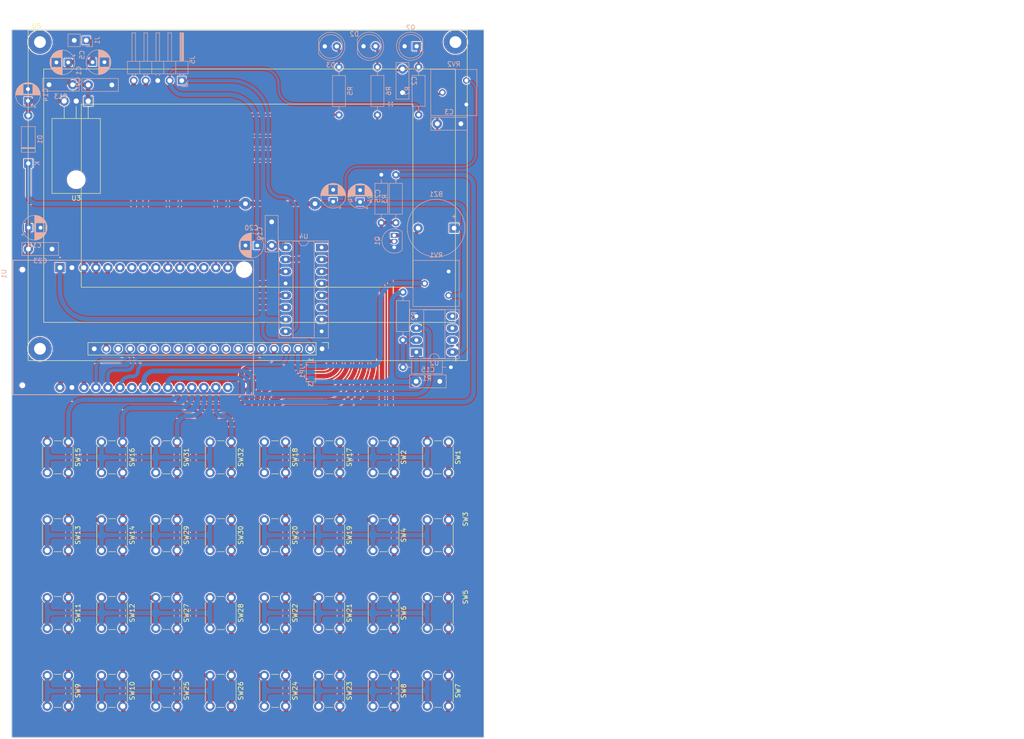
<source format=kicad_pcb>
(kicad_pcb (version 20211014) (generator pcbnew)
  (layers (0 "F.Cu" signal) (31 "B.Cu" signal) (34 "B.Paste" user) (35 "F.Paste" user) (36 "B.SilkS" user "B.Silkscreen") (37 "F.SilkS" user "F.Silkscreen") (38 "B.Mask" user) (39 "F.Mask" user) (44 "Edge.Cuts" user))
  (net 0 "")
  (net 1 "+5V")
  (net 2 "Net-(BZ1-Pad2)")
  (net 3 "VCC")
  (net 4 "GND")
  (net 5 "+3V3")
  (net 6 "Net-(C14-Pad1)")
  (net 7 "Sinal Contraste")
  (net 8 "GNDD")
  (net 9 "Net-(Q1-Pad2)")
  (net 10 "Net-(R1-Pad1)")
  (net 11 "Buzzer")
  (net 12 "Net-(JP1-Pad1)")
  (net 13 "L1")
  (net 14 "C1")
  (net 15 "L2")
  (net 16 "C2")
  (net 17 "C3")
  (net 18 "C4")
  (net 19 "C5")
  (net 20 "C6")
  (net 21 "C7")
  (net 22 "C8")
  (net 23 "Sensor_Ir")
  (net 24 "Sinal_Analogico")
  (net 25 "Net-(D2-Pad2)")
  (net 33 "Net-(D3-Pad2)")
  (net 34 "Led_Ir")
  (net 35 "L3")
  (net 36 "L4")
  (net 37 "Led_Red")
  (net 39 "DAC1")
  (net 41 "RS")
  (net 42 "Enable")
  (net 43 "Reset")
  (net 44 "RW")
  (net 45 "QH")
  (net 46 "CLOCK_SHIFT")
  (net 47 "SET_SHIFT")
  (net 48 "DADO_SHIFT")
  (net 59 "Net-(JP1-Pad2)")
  (footprint "Button_Switch_THT:SW_PUSH_6mm_H5mm" (layer "F.Cu") (at 70.951248 119.3 -90)
    (fp_text reference "SW31")
    (fp_text value "chave_tactil")
  )
  (footprint "Button_Switch_THT:SW_PUSH_6mm_H5mm" (layer "F.Cu") (at 82.451248 152.3 -90)
    (fp_text reference "SW28")
    (fp_text value "chave_tactil")
  )
  (footprint "Button_Switch_THT:SW_PUSH_6mm_H5mm" (layer "F.Cu") (at 82.451248 135.8 -90)
    (fp_text reference "SW30")
    (fp_text value "chave_tactil")
  )
  (footprint "Button_Switch_THT:SW_PUSH_6mm_H5mm" (layer "F.Cu") (at 116.951248 152.3 -90)
    (fp_text reference "SW6")
    (fp_text value "chave_tactil")
  )
  (footprint "Button_Switch_THT:SW_PUSH_6mm_H5mm" (layer "F.Cu") (at 93.951248 152.3 -90)
    (fp_text reference "SW22")
    (fp_text value "chave_tactil")
  )
  (footprint "Button_Switch_THT:SW_PUSH_6mm_H5mm" (layer "F.Cu") (at 93.951248 135.8 -90)
    (fp_text reference "SW20")
    (fp_text value "chave_tactil")
  )
  (footprint "Button_Switch_THT:SW_PUSH_6mm_H5mm" (layer "F.Cu") (at 47.948128 152.300312 -90)
    (fp_text reference "SW11")
    (fp_text value "chave_tactil")
  )
  (footprint "Button_Switch_THT:SW_PUSH_6mm_H5mm" (layer "F.Cu") (at 128.451248 135.8 -90)
    (fp_text reference "SW3")
    (fp_text value "chave_tactil")
  )
  (footprint "Button_Switch_THT:SW_PUSH_6mm_H5mm" (layer "F.Cu") (at 82.451248 119.3 -90)
    (fp_text reference "SW32")
    (fp_text value "chave_tactil")
  )
  (footprint "Package_TO_SOT_THT:TO-220-3_Horizontal_TabDown" (layer "F.Cu") (at 52.138128 47.045312 180)
    (fp_text reference "U3")
    (fp_text value "LM7805_TO220")
  )
  (footprint "Button_Switch_THT:SW_PUSH_6mm_H5mm" (layer "F.Cu") (at 128.451248 152.3 -90)
    (fp_text reference "SW5")
    (fp_text value "chave_tactil")
  )
  (footprint "Biblioteca Geral:Display 128x64" (layer "F.Cu") (at 39.418128 32.045312)
    (fp_text reference "U5")
    (fp_text value "LCD_GRAFICO_ST920")
  )
  (footprint "Button_Switch_THT:SW_PUSH_6mm_H5mm" (layer "F.Cu") (at 128.451248 119.3 -90)
    (fp_text reference "SW1")
    (fp_text value "chave_tactil")
  )
  (footprint "Button_Switch_THT:SW_PUSH_6mm_H5mm" (layer "F.Cu") (at 105.451248 168.8 -90)
    (fp_text reference "SW23")
    (fp_text value "chave_tactil")
  )
  (footprint "Button_Switch_THT:SW_PUSH_6mm_H5mm" (layer "F.Cu") (at 93.951248 119.3 -90)
    (fp_text reference "SW18")
    (fp_text value "chave_tactil")
  )
  (footprint "Button_Switch_THT:SW_PUSH_6mm_H5mm" (layer "F.Cu") (at 105.451248 119.3 -90)
    (fp_text reference "SW17")
    (fp_text value "chave_tactil")
  )
  (footprint "Button_Switch_THT:SW_PUSH_6mm_H5mm" (layer "F.Cu") (at 59.448128 168.800312 -90)
    (fp_text reference "SW10")
    (fp_text value "chave_tactil")
  )
  (footprint "Button_Switch_THT:SW_PUSH_6mm_H5mm" (layer "F.Cu") (at 105.451248 135.8 -90)
    (fp_text reference "SW19")
    (fp_text value "chave_tactil")
  )
  (footprint "Button_Switch_THT:SW_PUSH_6mm_H5mm" (layer "F.Cu") (at 116.951248 168.8 -90)
    (fp_text reference "SW8")
    (fp_text value "chave_tactil")
  )
  (footprint "Button_Switch_THT:SW_PUSH_6mm_H5mm" (layer "F.Cu") (at 47.948128 168.800312 -90)
    (fp_text reference "SW9")
    (fp_text value "chave_tactil")
  )
  (footprint "Button_Switch_THT:SW_PUSH_6mm_H5mm" (layer "F.Cu") (at 70.951248 152.3 -90)
    (fp_text reference "SW27")
    (fp_text value "chave_tactil")
  )
  (footprint "Button_Switch_THT:SW_PUSH_6mm_H5mm" (layer "F.Cu") (at 70.951248 168.8 -90)
    (fp_text reference "SW25")
    (fp_text value "chave_tactil")
  )
  (footprint "Button_Switch_THT:SW_PUSH_6mm_H5mm" (layer "F.Cu") (at 47.948128 119.300312 -90)
    (fp_text reference "SW15")
    (fp_text value "chave_tactil")
  )
  (footprint "Button_Switch_THT:SW_PUSH_6mm_H5mm" (layer "F.Cu") (at 116.951248 135.8 -90)
    (fp_text reference "SW4")
    (fp_text value "chave_tactil")
  )
  (footprint "Button_Switch_THT:SW_PUSH_6mm_H5mm" (layer "F.Cu") (at 59.448128 152.300312 -90)
    (fp_text reference "SW12")
    (fp_text value "chave_tactil")
  )
  (footprint "Button_Switch_THT:SW_PUSH_6mm_H5mm" (layer "F.Cu") (at 59.448128 119.300312 -90)
    (fp_text reference "SW16")
    (fp_text value "chave_tactil")
  )
  (footprint "Button_Switch_THT:SW_PUSH_6mm_H5mm" (layer "F.Cu") (at 105.451248 152.3 -90)
    (fp_text reference "SW21")
    (fp_text value "chave_tactil")
  )
  (footprint "Button_Switch_THT:SW_PUSH_6mm_H5mm" (layer "F.Cu") (at 93.951248 168.8 -90)
    (fp_text reference "SW24")
    (fp_text value "chave_tactil")
  )
  (footprint "Button_Switch_THT:SW_PUSH_6mm_H5mm" (layer "F.Cu") (at 47.948128 135.800312 -90)
    (fp_text reference "SW13")
    (fp_text value "chave_tactil")
  )
  (footprint "Button_Switch_THT:SW_PUSH_6mm_H5mm" (layer "F.Cu") (at 82.451248 168.8 -90)
    (fp_text reference "SW26")
    (fp_text value "chave_tactil")
  )
  (footprint "Button_Switch_THT:SW_PUSH_6mm_H5mm" (layer "F.Cu") (at 59.448128 135.800312 -90)
    (fp_text reference "SW14")
    (fp_text value "chave_tactil")
  )
  (footprint "Button_Switch_THT:SW_PUSH_6mm_H5mm" (layer "F.Cu") (at 70.951248 135.8 -90)
    (fp_text reference "SW29")
    (fp_text value "chave_tactil")
  )
  (footprint "Button_Switch_THT:SW_PUSH_6mm_H5mm" (layer "F.Cu") (at 128.451248 168.8 -90)
    (fp_text reference "SW7")
    (fp_text value "chave_tactil")
  )
  (footprint "Button_Switch_THT:SW_PUSH_6mm_H5mm" (layer "F.Cu") (at 116.951248 119.3 -90)
    (fp_text reference "SW2")
    (fp_text value "chave_tactil")
  )
  (footprint "Resistor_THT:R_Axial_DIN0207_L6.3mm_D2.5mm_P10.16mm_Horizontal" (layer "B.Cu") (at 122.125 39.8 -90)
    (fp_text reference "R7")
    (fp_text value "100K")
  )
  (footprint "Capacitor_THT:C_Disc_D7.5mm_W2.5mm_P5.00mm" (layer "B.Cu") (at 57.148128 43.625312 180)
    (fp_text reference "C9")
    (fp_text value "0.1uf")
  )
  (footprint "Diode_THT:D_A-405_P10.16mm_Horizontal" (layer "B.Cu") (at 39.448128 60.255312 90)
    (fp_text reference "D1")
    (fp_text value "D_Schottky")
  )
  (footprint "Resistor_THT:R_Axial_DIN0207_L6.3mm_D2.5mm_P10.16mm_Horizontal" (layer "B.Cu") (at 113.4 49.98 90)
    (fp_text reference "R6")
    (fp_text value "100")
  )
  (footprint "Capacitor_THT:C_Disc_D7.5mm_W2.5mm_P5.00mm" (layer "B.Cu") (at 39.475 78.4)
    (fp_text reference "C23")
    (fp_text value "0.1uF")
  )
  (footprint "Resistor_THT:R_Axial_DIN0207_L6.3mm_D2.5mm_P10.16mm_Horizontal" (layer "B.Cu") (at 118.798128 97.700312 90)
    (fp_text reference "R2")
    (fp_text value "11K")
  )
  (footprint "Capacitor_THT:C_Disc_D7.5mm_W2.5mm_P5.00mm" (layer "B.Cu") (at 131.075 51.85 180)
    (fp_text reference "C3")
    (fp_text value "0.1uf")
  )
  (footprint "Capacitor_THT:CP_Radial_D5.0mm_P2.50mm" (layer "B.Cu") (at 39.544888 73.875)
    (fp_text reference "C18")
    (fp_text value "10UF/35V")
  )
  (footprint "Resistor_THT:R_Axial_DIN0207_L6.3mm_D2.5mm_P10.16mm_Horizontal" (layer "B.Cu") (at 117.298128 62.670312 -90)
    (fp_text reference "R3")
    (fp_text value "1K")
  )
  (footprint "Connector_PinHeader_2.54mm:PinHeader_1x02_P2.54mm_Vertical" (layer "B.Cu") (at 51.723128 34.175312 90)
    (fp_text reference "J1")
    (fp_text value "Screw_Terminal_01x02")
  )
  (footprint "Capacitor_THT:CP_Radial_D5.0mm_P2.50mm" (layer "B.Cu") (at 109.725 68.425 90)
    (fp_text reference "C25")
    (fp_text value "10UF/35V")
  )
  (footprint "Capacitor_THT:C_Disc_D7.5mm_W2.5mm_P5.00mm" (layer "B.Cu") (at 91 72.65 -90)
    (fp_text reference "C19")
    (fp_text value "0.1uf")
  )
  (footprint "Capacitor_THT:CP_Radial_D5.0mm_P2.50mm" (layer "B.Cu") (at 47.903241 38.850312 180)
    (fp_text reference "C1")
    (fp_text value "100UF/50v")
  )
  (footprint "Jumper:SolderJumper-3_P1.3mm_Open_Pad1.0x1.5mm_NumberLabels" (layer "B.Cu") (at 99.323128 104.500312 -90)
    (fp_text reference "JP1")
    (fp_text value "Jumper_3_Open")
  )
  (footprint "Buzzer_Beeper:Buzzer_12x9.5RM7.6" (layer "B.Cu") (at 129.623128 73.975312 180)
    (fp_text reference "BZ1")
    (fp_text value "Buzzer")
  )
  (footprint "LED_THT:LED_D5.0mm" (layer "B.Cu") (at 110.45 35.425)
    (fp_text reference "D2")
    (fp_text value "LED_RED")
  )
  (footprint "Capacitor_THT:CP_Radial_D5.0mm_P2.50mm" (layer "B.Cu") (at 104.025 68.355112 90)
    (fp_text reference "C24")
    (fp_text value "100UF/50v")
  )
  (footprint "Capacitor_THT:CP_Radial_D5.0mm_P2.50mm" (layer "B.Cu") (at 39.373128 47.000312 90)
    (fp_text reference "C14")
    (fp_text value "10UF/35V")
  )
  (footprint "Capacitor_THT:C_Disc_D7.5mm_W2.5mm_P5.00mm" (layer "B.Cu") (at 126.598128 106.450312 180)
    (fp_text reference "C15")
    (fp_text value "0.1uf")
  )
  (footprint "Potentiometer_THT:Potentiometer_Bourns_3386F_Vertical" (layer "B.Cu") (at 132.23 47.765 180)
    (fp_text reference "RV2")
    (fp_text value "10K")
  )
  (footprint "Capacitor_THT:C_Disc_D7.5mm_W2.5mm_P5.00mm" (layer "B.Cu") (at 118.7 45.25 90)
    (fp_text reference "C2")
    (fp_text value "0.1uf")
  )
  (footprint "Potentiometer_THT:Potentiometer_Bourns_3386F_Vertical" (layer "B.Cu") (at 128.478128 88.240312 180)
    (fp_text reference "RV1")
    (fp_text value "10K")
  )
  (footprint "LED_THT:LED_D5.0mm" (layer "B.Cu") (at 121.7 35.425 180)
    (fp_text reference "Q2")
    (fp_text value "Q_Photo_NPN")
  )
  (footprint "Package_TO_SOT_THT:TO-92L_Inline" (layer "B.Cu") (at 116.948128 75.500312 -90)
    (fp_text reference "Q1")
    (fp_text value "Q_NPN_CBE")
  )
  (footprint "Biblioteca Geral:MODULE_ESP32_DEVKIT_V1" (layer "B.Cu") (at 61.663128 95.050312 -90)
    (fp_text reference "U1")
    (fp_text value "ESP32-DEVKIT-V1")
  )
  (footprint "LED_THT:LED_D5.0mm" (layer "B.Cu") (at 102.25 35.45)
    (fp_text reference "D3")
    (fp_text value "LED_IR")
  )
  (footprint "Resistor_THT:R_Axial_DIN0207_L6.3mm_D2.5mm_P10.16mm_Horizontal" (layer "B.Cu") (at 105.25 49.985 90)
    (fp_text reference "R5")
    (fp_text value "100")
  )
  (footprint "Connector_PinHeader_2.54mm:PinHeader_1x05_P2.54mm_Horizontal" (layer "B.Cu") (at 71.948128 42.700312 90)
    (fp_text reference "J5")
    (fp_text value "Conector ShiftRegister")
  )
  (footprint "Package_DIP:DIP-8_W7.62mm_Socket_LongPads" (layer "B.Cu") (at 121.648128 100.250312)
    (fp_text reference "U2")
    (fp_text value "LM358")
  )
  (footprint "Resistor_THT:R_Axial_DIN0207_L6.3mm_D2.5mm_P10.16mm_Horizontal" (layer "B.Cu") (at 114.223128 62.665312 -90)
    (fp_text reference "R4")
    (fp_text value "10K")
  )
  (footprint "Capacitor_THT:CP_Radial_D5.0mm_P2.50mm" (layer "B.Cu") (at 87.95 77.65 180)
    (fp_text reference "C20")
    (fp_text value "10UF/35V")
  )
  (footprint "Resistor_THT:R_Axial_DIN0207_L6.3mm_D2.5mm_P10.16mm_Horizontal" (layer "B.Cu") (at 118.798128 103.450312)
    (fp_text reference "R1")
    (fp_text value "20K")
  )
  (footprint "Capacitor_THT:C_Disc_D7.5mm_W2.5mm_P5.00mm" (layer "B.Cu") (at 43.848128 43.575312)
    (fp_text reference "C13")
    (fp_text value "0.1uf")
  )
  (footprint "Capacitor_THT:CP_Radial_D5.0mm_P2.50mm" (layer "B.Cu") (at 53.068015 38.800312)
    (fp_text reference "C5")
    (fp_text value "10UF/35V")
  )
  (footprint "Package_DIP:DIP-16_W7.62mm_Socket_LongPads" (layer "B.Cu") (at 101.573128 78.070312 180)
    (fp_text reference "U4")
    (fp_text value "M74HC595B1")
  )
  (gr_rect (start 35.948128 31.925312) (end 135.948128 181.925312) (layer "Edge.Cuts") (width 0.15) (fill none))
  (segment (start 47.773128 96.800312) (end 47.598128 96.800312) (width 1) (layer "F.Cu") (net 1))
  (segment (start 46.273128 98.125312) (end 46.273128 107.625312) (width 1) (layer "F.Cu") (net 1))
  (segment (start 46.273128 95.300312) (end 46.273128 95.250312) (width 1) (layer "F.Cu") (net 1))
  (segment (start 46.273128 97.175312) (end 46.273128 95.250312) (width 1) (layer "F.Cu") (net 1))
  (segment (start 46.273128 95.250312) (end 46.273128 94.675312) (width 1) (layer "F.Cu") (net 1))
  (segment (start 55.958128 99.545312) (end 55.958128 97.835312) (width 1) (layer "F.Cu") (net 1))
  (segment (start 39.423128 89.825312) (end 39.423128 60.280312) (width 1) (layer "F.Cu") (net 1))
  (segment (start 100.175 68.8) (end 85.45 68.8) (width 1) (layer "F.Cu") (net 1))
  (segment (start 43.848128 92.250312) (end 41.848128 92.250312) (width 1) (layer "F.Cu") (net 1))
  (segment (start 46.273128 97.175312) (end 46.273128 98.125312) (width 1) (layer "F.Cu") (net 1))
  (segment (start 47.773128 96.800312) (end 46.648128 96.800312) (width 1) (layer "F.Cu") (net 1))
  (segment (start 54.923128 96.800312) (end 47.773128 96.800312) (width 1) (layer "F.Cu") (net 1))
  (via (at 85.45 68.8) (size 2.5) (drill 1) (layers "F.Cu" "B.Cu") (net 1))
  (via (at 100.175 68.8) (size 2.5) (drill 1) (layers "F.Cu" "B.Cu") (net 1))
  (arc (start 46.273128 107.625312) (mid 46.236516 107.7137) (end 46.148128 107.750312) (width 1) (layer "F.Cu") (net 1))
  (arc (start 46.273128 94.675312) (mid 45.562862 92.960578) (end 43.848128 92.250312) (width 1) (layer "F.Cu") (net 1))
  (arc (start 41.848128 92.250312) (mid 40.133394 91.540046) (end 39.423128 89.825312) (width 1) (layer "F.Cu") (net 1))
  (arc (start 39.423128 60.280312) (mid 39.43045 60.262634) (end 39.448128 60.255312) (width 1) (layer "F.Cu") (net 1))
  (arc (start 47.598128 96.800312) (mid 46.661212 97.188396) (end 46.273128 98.125312) (width 1) (layer "F.Cu") (net 1))
  (arc (start 47.773128 96.800312) (mid 46.712468 96.360972) (end 46.273128 95.300312) (width 1) (layer "F.Cu") (net 1))
  (arc (start 46.648128 96.800312) (mid 46.382963 96.910147) (end 46.273128 97.175312) (width 1) (layer "F.Cu") (net 1))
  (arc (start 55.958128 97.835312) (mid 55.654984 97.103456) (end 54.923128 96.800312) (width 1) (layer "F.Cu") (net 1))
  (segment (start 129.623128 73.975312) (end 131.573128 73.975312) (width 1) (layer "B.Cu") (net 1))
  (segment (start 129.623128 73.975312) (end 130.998128 73.975312) (width 1) (layer "B.Cu") (net 1))
  (segment (start 109.4 60.925) (end 131.525 60.925) (width 0.5) (layer "B.Cu") (net 1))
  (segment (start 85.449688 68.800312) (end 85.45 68.8) (width 1) (layer "B.Cu") (net 1))
  (segment (start 131.798128 74.500312) (end 131.798128 73.750312) (width 1) (layer "B.Cu") (net 1))
  (segment (start 129.623128 73.975312) (end 131.273128 73.975312) (width 1) (layer "B.Cu") (net 1))
  (segment (start 103.049376 68.8) (end 100.175 68.8) (width 1) (layer "B.Cu") (net 1))
  (segment (start 106.649688 68.800312) (end 129.873128 68.800312) (width 1) (layer "B.Cu") (net 1))
  (segment (start 128.583128 100.235312) (end 130.493128 100.235312) (width 1) (layer "B.Cu") (net 1))
  (segment (start 131.798128 86.900312) (end 131.798128 74.500312) (width 1) (layer "B.Cu") (net 1))
  (segment (start 131.773128 95.185953) (end 131.773128 98.825312) (width 1) (layer "B.Cu") (net 1))
  (segment (start 106.649688 68.800312) (end 106.649688 63.675312) (width 0.5) (layer "B.Cu") (net 1))
  (segment (start 39.448128 60.255312) (end 39.448128 66.800312) (width 1) (layer "B.Cu") (net 1))
  (segment (start 131.798128 73.175312) (end 131.798128 70.725312) (width 1) (layer "B.Cu") (net 1))
  (segment (start 103.049688 68.800312) (end 106.649688 68.800312) (width 1) (layer "B.Cu") (net 1))
  (segment (start 41.448128 68.800312) (end 85.449688 68.800312) (width 1) (layer "B.Cu") (net 1))
  (segment (start 130.388128 88.240312) (end 130.458128 88.240312) (width 1) (layer "B.Cu") (net 1))
  (segment (start 131.798128 98.825312) (end 131.773128 98.825312) (width 1) (layer "B.Cu") (net 1))
  (segment (start 131.798128 89.650312) (end 131.798128 95.160953) (width 1) (layer "B.Cu") (net 1))
  (segment (start 134.25 58.2) (end 134.25 44.705) (width 0.5) (layer "B.Cu") (net 1))
  (segment (start 128.478128 88.240312) (end 130.388128 88.240312) (width 1) (layer "B.Cu") (net 1))
  (segment (start 131.798128 73.750312) (end 131.798128 73.175312) (width 1) (layer "B.Cu") (net 1))
  (segment (start 131.798128 86.900312) (end 131.798128 89.650312) (width 1) (layer "B.Cu") (net 1))
  (arc (start 131.798128 95.160953) (mid 131.78045 95.168275) (end 131.773128 95.185953) (width 1) (layer "B.Cu") (net 1))
  (arc (start 130.458128 88.240312) (mid 131.405651 87.847835) (end 131.798128 86.900312) (width 1) (layer "B.Cu") (net 1))
  (arc (start 130.998128 73.975312) (mid 131.563813 73.740997) (end 131.798128 73.175312) (width 1) (layer "B.Cu") (net 1))
  (arc (start 131.798128 98.825312) (mid 131.385149 99.822333) (end 130.388128 100.235312) (width 1) (layer "B.Cu") (net 1))
  (arc (start 39.448128 66.800312) (mid 40.033914 68.214526) (end 41.448128 68.800312) (width 1) (layer "B.Cu") (net 1))
  (arc (start 106.649688 63.675312) (mid 107.455236 61.730548) (end 109.4 60.925) (width 0.5) (layer "B.Cu") (net 1))
  (arc (start 131.573128 73.975312) (mid 131.732227 73.909411) (end 131.798128 73.750312) (width 1) (layer "B.Cu") (net 1))
  (arc (start 131.273128 73.975312) (mid 131.644359 74.129081) (end 131.798128 74.500312) (width 1) (layer "B.Cu") (net 1))
  (arc (start 134.25 44.705) (mid 133.658356 43.276644) (end 132.23 42.685) (width 0.5) (layer "B.Cu") (net 1))
  (arc (start 131.525 60.925) (mid 133.451866 60.126866) (end 134.25 58.2) (width 0.5) (layer "B.Cu") (net 1))
  (arc (start 130.388128 88.240312) (mid 131.385149 88.653291) (end 131.798128 89.650312) (width 1) (layer "B.Cu") (net 1))
  (arc (start 103.049688 68.800312) (mid 103.049597 68.800091) (end 103.049376 68.8) (width 1) (layer "B.Cu") (net 1))
  (arc (start 100.175312 68.800312) (mid 100.175091 68.800221) (end 100.175 68.8) (width 0.25) (layer "B.Cu") (net 1))
  (arc (start 129.873128 68.800312) (mid 131.234309 69.364131) (end 131.798128 70.725312) (width 1) (layer "B.Cu") (net 1))
  (segment (start 116.948128 75.500312) (end 120.498128 75.500312) (width 0.75) (layer "F.Cu") (net 2))
  (arc (start 120.498128 75.500312) (mid 121.576466 75.05365) (end 122.023128 73.975312) (width 0.75) (layer "F.Cu") (net 2))
  (segment (start 53.068015 38.800312) (end 53.068015 35.520199) (width 1) (layer "F.Cu") (net 3))
  (segment (start 52.138128 43.635312) (end 52.138128 47.045312) (width 1) (layer "F.Cu") (net 3))
  (segment (start 53.068015 38.800312) (end 47.953241 38.800312) (width 1) (layer "F.Cu") (net 3))
  (segment (start 48.848128 43.575312) (end 52.098128 43.575312) (width 1) (layer "F.Cu") (net 3))
  (segment (start 47.903241 38.850312) (end 47.903241 42.630425) (width 1) (layer "F.Cu") (net 3))
  (arc (start 53.068015 35.520199) (mid 52.674107 34.56922) (end 51.723128 34.175312) (width 1) (layer "F.Cu") (net 3))
  (arc (start 47.953241 38.800312) (mid 47.917886 38.814957) (end 47.903241 38.850312) (width 1) (layer "F.Cu") (net 3))
  (arc (start 52.148128 43.625312) (mid 52.141057 43.628241) (end 52.138128 43.635312) (width 1) (layer "F.Cu") (net 3))
  (arc (start 47.903241 42.630425) (mid 48.179992 43.298561) (end 48.848128 43.575312) (width 1) (layer "F.Cu") (net 3))
  (arc (start 52.098128 43.575312) (mid 52.133483 43.589957) (end 52.148128 43.625312) (width 1) (layer "F.Cu") (net 3))
  (segment (start 46.148128 82.350312) (end 46.148128 87.100312) (width 1) (layer "B.Cu") (net 5))
  (segment (start 89.148128 91.400312) (end 89.148128 93.050312) (width 1) (layer "B.Cu") (net 5))
  (segment (start 90.911872 97.711872) (end 98.286872 97.711872) (width 0.75) (layer "B.Cu") (net 5))
  (segment (start 90.075 77.65) (end 93.532816 77.65) (width 1) (layer "B.Cu") (net 5))
  (segment (start 87.95 77.65) (end 90.075 77.65) (width 1) (layer "B.Cu") (net 5))
  (segment (start 89.148128 91.825312) (end 89.148128 91.400312) (width 1) (layer "B.Cu") (net 5))
  (segment (start 89.125 94.7) (end 89.125 94.67344) (width 0.75) (layer "B.Cu") (net 5))
  (segment (start 122.125 49.96) (end 122.125 48.775) (width 0.5) (layer "B.Cu") (net 5))
  (segment (start 87.698128 93.275312) (end 88.923128 93.275312) (width 1) (layer "B.Cu") (net 5))
  (segment (start 87.698128 93.275312) (end 87.700312 93.275312) (width 0.75) (layer "B.Cu") (net 5))
  (segment (start 92.45 44.3) (end 92.45 43.475) (width 0.5) (layer "B.Cu") (net 5))
  (segment (start 89.148128 78.848128) (end 89.148128 78.576872) (width 1) (layer "B.Cu") (net 5))
  (segment (start 89.148128 91.825312) (end 89.148128 91.900312) (width 1) (layer "B.Cu") (net 5))
  (segment (start 99.15 98.575) (end 99.15 99.53344) (width 0.75) (layer "B.Cu") (net 5))
  (segment (start 89.175 40.2) (end 70.775 40.2) (width 0.5) (layer "B.Cu") (net 5))
  (segment (start 87.95 77.65) (end 87.95 75.125) (width 1) (layer "B.Cu") (net 5))
  (segment (start 121.025 47.675) (end 95.825 47.675) (width 0.5) (layer "B.Cu") (net 5))
  (segment (start 87.95 75.125) (end 87.95 75.525) (width 0.75) (layer "B.Cu") (net 5))
  (segment (start 81.8 45.675) (end 72.382816 45.675) (width 1) (layer "B.Cu") (net 5))
  (segment (start 90.523128 93.275312) (end 93.918128 93.275312) (width 1) (layer "B.Cu") (net 5))
  (segment (start 87.95 75.125) (end 87.95 51.825) (width 1) (layer "B.Cu") (net 5))
  (segment (start 52.323128 93.275312) (end 87.698128 93.275312) (width 1) (layer "B.Cu") (net 5))
  (segment (start 88.923128 93.275312) (end 90.523128 93.275312) (width 1) (layer "B.Cu") (net 5))
  (segment (start 69.4 41.575) (end 69.4 42.692184) (width 0.5) (layer "B.Cu") (net 5))
  (segment (start 89.125 95.925) (end 89.125 94.7) (width 0.75) (layer "B.Cu") (net 5))
  (segment (start 89.125 94.7) (end 89.125 93.477184) (width 0.75) (layer "B.Cu") (net 5))
  (segment (start 89.148128 91.400312) (end 89.148128 78.848128) (width 1) (layer "B.Cu") (net 5))
  (arc (start 70.775 40.2) (mid 69.802728 40.602728) (end 69.4 41.575) (width 0.5) (layer "B.Cu") (net 5))
  (arc (start 87.95 51.825) (mid 86.148707 47.476293) (end 81.8 45.675) (width 1) (layer "B.Cu") (net 5))
  (arc (start 95.825 47.675) (mid 93.438515 46.686485) (end 92.45 44.3) (width 0.5) (layer "B.Cu") (net 5))
  (arc (start 89.148128 78.576872) (mid 89.419603 77.921475) (end 90.075 77.65) (width 1) (layer "B.Cu") (net 5))
  (arc (start 87.700312 93.275312) (mid 88.707719 93.692593) (end 89.125 94.7) (width 0.75) (layer "B.Cu") (net 5))
  (arc (start 89.125 94.67344) (mid 89.534502 93.684814) (end 90.523128 93.275312) (width 0.75) (layer "B.Cu") (net 5))
  (arc (start 89.148128 91.900312) (mid 89.550856 92.872584) (end 90.523128 93.275312) (width 1) (layer "B.Cu") (net 5))
  (arc (start 93.532816 77.65) (mid 93.830021 77.773107) (end 93.953128 78.070312) (width 1) (layer "B.Cu") (net 5))
  (arc (start 72.382816 45.675) (mid 70.279394 44.803734) (end 69.408128 42.700312) (width 1) (layer "B.Cu") (net 5))
  (arc (start 93.993128 93.350312) (mid 93.964844 93.338596) (end 93.953128 93.310312) (width 1) (layer "B.Cu") (net 5))
  (arc (start 46.148128 87.100312) (mid 47.956744 91.466696) (end 52.323128 93.275312) (width 1) (layer "B.Cu") (net 5))
  (arc (start 90.911872 97.711872) (mid 89.648363 97.188509) (end 89.125 95.925) (width 0.75) (layer "B.Cu") (net 5))
  (arc (start 87.698128 93.275312) (mid 88.723433 92.850617) (end 89.148128 91.825312) (width 1) (layer "B.Cu") (net 5))
  (arc (start 87.95 75.525) (mid 88.572398 77.027602) (end 90.075 77.65) (width 0.75) (layer "B.Cu") (net 5))
  (arc (start 122.125 48.775) (mid 121.802817 47.997183) (end 121.025 47.675) (width 0.5) (layer "B.Cu") (net 5))
  (arc (start 89.148128 93.050312) (mid 89.082227 93.209411) (end 88.923128 93.275312) (width 1) (layer "B.Cu") (net 5))
  (arc (start 89.125 93.477184) (mid 89.065873 93.334439) (end 88.923128 93.275312) (width 0.75) (layer "B.Cu") (net 5))
  (arc (start 98.286872 97.711872) (mid 98.897196 97.964676) (end 99.15 98.575) (width 0.75) (layer "B.Cu") (net 5))
  (arc (start 93.918128 93.275312) (mid 93.942877 93.285563) (end 93.953128 93.310312) (width 1) (layer "B.Cu") (net 5))
  (arc (start 69.425 42.717184) (mid 69.420058 42.705254) (end 69.408128 42.700312) (width 0.75) (layer "B.Cu") (net 5))
  (arc (start 89.148128 78.848128) (mid 88.797204 78.000924) (end 87.95 77.65) (width 1) (layer "B.Cu") (net 5))
  (arc (start 92.45 43.475) (mid 91.490775 41.159225) (end 89.175 40.2) (width 0.5) (layer "B.Cu") (net 5))
  (arc (start 69.4 42.692184) (mid 69.402381 42.697931) (end 69.408128 42.700312) (width 0.5) (layer "B.Cu") (net 5))
  (arc (start 99.15 99.53344) (mid 99.146523 99.541835) (end 99.138128 99.545312) (width 0.75) (layer "B.Cu") (net 5))
  (segment (start 47.058128 47.045312) (end 39.418128 47.045312) (width 1) (layer "F.Cu") (net 6))
  (segment (start 39.448128 47.075312) (end 39.448128 50.095312) (width 1) (layer "F.Cu") (net 6))
  (arc (start 39.373128 47.000312) (mid 39.426161 47.022279) (end 39.448128 47.075312) (width 1) (layer "F.Cu") (net 6))
  (arc (start 39.418128 47.045312) (mid 39.386308 47.032132) (end 39.373128 47.000312) (width 1) (layer "F.Cu") (net 6))
  (segment (start 113.598128 106.550312) (end 100.073128 106.550312) (width 1) (layer "B.Cu") (net 7))
  (segment (start 121.648128 100.250312) (end 121.648128 104.125312) (width 1) (layer "B.Cu") (net 7))
  (segment (start 118.198128 106.550312) (end 118.673128 106.550312) (width 1) (layer "B.Cu") (net 7))
  (segment (start 121.648128 106.400312) (end 121.648128 100.250312) (width 1) (layer "B.Cu") (net 7))
  (segment (start 116.448128 106.550312) (end 113.598128 106.550312) (width 1) (layer "B.Cu") (net 7))
  (segment (start 116.448128 104.800312) (end 116.448128 89.890312) (width 1) (layer "B.Cu") (net 7))
  (segment (start 116.448128 106.550312) (end 116.448128 104.800312) (width 1) (layer "B.Cu") (net 7))
  (segment (start 121.498128 106.550312) (end 117.398128 106.550312) (width 1) (layer "B.Cu") (net 7))
  (segment (start 114.698128 106.550312) (end 113.598128 106.550312) (width 1) (layer "B.Cu") (net 7))
  (segment (start 119.223128 106.550312) (end 118.673128 106.550312) (width 1) (layer "B.Cu") (net 7))
  (segment (start 117.398128 106.550312) (end 116.448128 106.550312) (width 1) (layer "B.Cu") (net 7))
  (segment (start 118.673128 106.550312) (end 117.398128 106.550312) (width 1) (layer "B.Cu") (net 7))
  (arc (start 121.598128 106.450312) (mid 121.633483 106.435667) (end 121.648128 106.400312) (width 1) (layer "B.Cu") (net 7))
  (arc (start 100.073128 106.550312) (mid 99.542798 106.330642) (end 99.323128 105.800312) (width 1) (layer "B.Cu") (net 7))
  (arc (start 121.598128 106.450312) (mid 121.568839 106.521023) (end 121.498128 106.550312) (width 1) (layer "B.Cu") (net 7))
  (arc (start 121.648128 104.125312) (mid 120.937862 105.840046) (end 119.223128 106.550312) (width 1) (layer "B.Cu") (net 7))
  (arc (start 116.448128 104.800312) (mid 115.935565 106.037749) (end 114.698128 106.550312) (width 1) (layer "B.Cu") (net 7))
  (arc (start 116.448128 104.800312) (mid 116.960691 106.037749) (end 118.198128 106.550312) (width 1) (layer "B.Cu") (net 7))
  (arc (start 116.448128 89.890312) (mid 117.136427 88.228611) (end 118.798128 87.540312) (width 1) (layer "B.Cu") (net 7))
  (segment (start 116.948128 76.770312) (end 116.368128 76.770312) (width 0.75) (layer "F.Cu") (net 9))
  (segment (start 115.173128 72.825312) (end 115.898128 72.825312) (width 0.75) (layer "F.Cu") (net 9))
  (segment (start 114.223128 73.775312) (end 114.223128 72.825312) (width 0.75) (layer "F.Cu") (net 9))
  (segment (start 114.223128 72.825312) (end 115.898128 72.825312) (width 0.75) (layer "F.Cu") (net 9))
  (segment (start 115.898128 72.825312) (end 117.293128 72.825312) (width 0.75) (layer "F.Cu") (net 9))
  (segment (start 114.223128 74.625312) (end 114.223128 73.775312) (width 0.75) (layer "F.Cu") (net 9))
  (arc (start 117.293128 72.825312) (mid 117.296664 72.826776) (end 117.298128 72.830312) (width 0.75) (layer "F.Cu") (net 9))
  (arc (start 114.223128 73.775312) (mid 114.501377 73.103561) (end 115.173128 72.825312) (width 0.75) (layer "F.Cu") (net 9))
  (arc (start 116.368128 76.770312) (mid 114.851384 76.142056) (end 114.223128 74.625312) (width 0.75) (layer "F.Cu") (net 9))
  (segment (start 118.798128 97.700312) (end 121.638128 97.700312) (width 1) (layer "B.Cu") (net 10))
  (segment (start 118.798128 97.700312) (end 118.798128 103.450312) (width 1) (layer "B.Cu") (net 10))
  (arc (start 121.638128 97.700312) (mid 121.645199 97.703241) (end 121.648128 97.710312) (width 1) (layer "B.Cu") (net 10))
  (segment (start 85.948128 110.850312) (end 131.498128 110.850312) (width 1) (layer "B.Cu") (net 11))
  (segment (start 131.448128 62.675312) (end 117.303128 62.675312) (width 1) (layer "B.Cu") (net 11))
  (segment (start 84.873128 107.125312) (end 84.873128 109.775312) (width 1) (layer "B.Cu") (net 11))
  (segment (start 133.748128 108.600312) (end 133.748128 64.975312) (width 1) (layer "B.Cu") (net 11))
  (segment (start 70.073128 105.775312) (end 83.523128 105.775312) (width 1) (layer "B.Cu") (net 11))
  (segment (start 69.008128 107.750312) (end 69.008128 106.840312) (width 1) (layer "B.Cu") (net 11))
  (arc (start 117.303128 62.675312) (mid 117.299592 62.673848) (end 117.298128 62.670312) (width 1) (layer "B.Cu") (net 11))
  (arc (start 131.498128 110.850312) (mid 133.089118 110.191302) (end 133.748128 108.600312) (width 1) (layer "B.Cu") (net 11))
  (arc (start 84.873128 109.775312) (mid 85.187988 110.535452) (end 85.948128 110.850312) (width 1) (layer "B.Cu") (net 11))
  (arc (start 83.523128 105.775312) (mid 84.477722 106.170718) (end 84.873128 107.125312) (width 1) (layer "B.Cu") (net 11))
  (arc (start 133.748128 64.975312) (mid 133.074474 63.348966) (end 131.448128 62.675312) (width 1) (layer "B.Cu") (net 11))
  (arc (start 69.008128 106.840312) (mid 69.320059 106.087243) (end 70.073128 105.775312) (width 1) (layer "B.Cu") (net 11))
  (segment (start 123.348128 85.650312) (end 117.748128 85.650312) (width 1) (layer "B.Cu") (net 12))
  (segment (start 99.323128 103.200312) (end 111.873128 103.200312) (width 1) (layer "B.Cu") (net 12))
  (segment (start 114.048128 89.350312) (end 114.048128 101.025312) (width 1) (layer "B.Cu") (net 12))
  (arc (start 114.048128 101.025312) (mid 113.411085 102.563269) (end 111.873128 103.200312) (width 1) (layer "B.Cu") (net 12))
  (arc (start 123.398128 85.700312) (mid 123.383483 85.664957) (end 123.348128 85.650312) (width 1) (layer "B.Cu") (net 12))
  (arc (start 117.748128 85.650312) (mid 115.131833 86.734017) (end 114.048128 89.350312) (width 1) (layer "B.Cu") (net 12))
  (segment (start 128.451248 119.3) (end 128.451248 175.3) (width 1) (layer "F.Cu") (net 13))
  (segment (start 47.948128 119.300312) (end 47.948128 175.300312) (width 1) (layer "F.Cu") (net 13))
  (segment (start 122.500936 181.250312) (end 53.898128 181.250312) (width 1) (layer "F.Cu") (net 13))
  (arc (start 128.451248 175.3) (mid 126.708442 179.507506) (end 122.500936 181.250312) (width 1) (layer "F.Cu") (net 13))
  (arc (start 53.898128 181.250312) (mid 49.690843 179.507597) (end 47.948128 175.300312) (width 1) (layer "F.Cu") (net 13))
  (segment (start 47.923128 113.650312) (end 47.923128 119.275312) (width 1) (layer "B.Cu") (net 13))
  (segment (start 69.398128 110.325312) (end 51.248128 110.325312) (width 1) (layer "B.Cu") (net 13))
  (segment (start 71.548128 107.750312) (end 71.548128 108.175312) (width 1) (layer "B.Cu") (net 13))
  (arc (start 71.548128 108.175312) (mid 70.918408 109.695592) (end 69.398128 110.325312) (width 1) (layer "B.Cu") (net 13))
  (arc (start 47.923128 119.275312) (mid 47.93045 119.29299) (end 47.948128 119.300312) (width 1) (layer "B.Cu") (net 13))
  (arc (start 51.248128 110.325312) (mid 48.896998 111.299182) (end 47.923128 113.650312) (width 1) (layer "B.Cu") (net 13))
  (segment (start 97.673128 78.025312) (end 97.673128 79.350312) (width 1) (layer "F.Cu") (net 14))
  (segment (start 121.373128 113.675312) (end 118.798128 113.675312) (width 1) (layer "F.Cu") (net 14))
  (segment (start 108.748128 75.900312) (end 99.798128 75.900312) (width 1) (layer "F.Cu") (net 14))
  (segment (start 96.423128 80.600312) (end 93.963128 80.600312) (width 1) (layer "F.Cu") (net 14))
  (segment (start 116.148128 111.025312) (end 116.148128 83.300312) (width 1) (layer "F.Cu") (net 14))
  (segment (start 123.951248 119.3) (end 123.951248 116.253432) (width 1) (layer "F.Cu") (net 14))
  (arc (start 118.798128 113.675312) (mid 116.924295 112.899145) (end 116.148128 111.025312) (width 1) (layer "F.Cu") (net 14))
  (arc (start 97.673128 79.350312) (mid 97.307011 80.234195) (end 96.423128 80.600312) (width 1) (layer "F.Cu") (net 14))
  (arc (start 123.951248 116.253432) (mid 123.196134 114.430426) (end 121.373128 113.675312) (width 1) (layer "F.Cu") (net 14))
  (arc (start 116.148128 83.300312) (mid 113.980718 78.067722) (end 108.748128 75.900312) (width 1) (layer "F.Cu") (net 14))
  (arc (start 99.798128 75.900312) (mid 98.295526 76.52271) (end 97.673128 78.025312) (width 1) (layer "F.Cu") (net 14))
  (arc (start 93.963128 80.600312) (mid 93.956057 80.603241) (end 93.953128 80.610312) (width 1) (layer "F.Cu") (net 14))
  (segment (start 89.448128 121.375312) (end 89.448128 121.125312) (width 1) (layer "B.Cu") (net 14))
  (segment (start 123.748128 122.550312) (end 123.951248 122.347192) (width 1) (layer "B.Cu") (net 14))
  (segment (start 100.948128 122.550312) (end 100.948128 125.800312) (width 1) (layer "B.Cu") (net 14))
  (segment (start 90.623128 122.550312) (end 89.523128 122.550312) (width 1) (layer "B.Cu") (net 14))
  (segment (start 89.448128 123.725312) (end 89.448128 123.825312) (width 1) (layer "B.Cu") (net 14))
  (segment (start 89.523128 122.550312) (end 89.448128 122.475312) (width 1) (layer "B.Cu") (net 14))
  (segment (start 100.948128 122.550312) (end 123.748128 122.550312) (width 1) (layer "B.Cu") (net 14))
  (segment (start 89.448128 121.125312) (end 89.448128 122.475312) (width 1) (layer "B.Cu") (net 14))
  (segment (start 100.948128 122.550312) (end 90.623128 122.550312) (width 1) (layer "B.Cu") (net 14))
  (segment (start 89.448128 122.475312) (end 89.448128 123.825312) (width 1) (layer "B.Cu") (net 14))
  (segment (start 100.948128 119.300312) (end 100.948128 122.550312) (width 1) (layer "B.Cu") (net 14))
  (segment (start 89.448128 119.300312) (end 89.448128 121.125312) (width 1) (layer "B.Cu") (net 14))
  (segment (start 89.448128 123.825312) (end 89.448128 125.800312) (width 1) (layer "B.Cu") (net 14))
  (segment (start 123.951248 119.3) (end 123.951248 122.347192) (width 1) (layer "B.Cu") (net 14))
  (segment (start 123.951248 122.347192) (end 123.951248 125.8) (width 1) (layer "B.Cu") (net 14))
  (segment (start 112.451248 119.3) (end 112.451248 125.8) (width 1) (layer "B.Cu") (net 14))
  (arc (start 99.773128 122.550312) (mid 100.603978 122.894462) (end 100.948128 123.725312) (width 1) (layer "B.Cu") (net 14))
  (arc (start 90.623128 122.550312) (mid 89.792278 122.206162) (end 89.448128 121.375312) (width 1) (layer "B.Cu") (net 14))
  (arc (start 99.773128 122.550312) (mid 100.603978 122.206162) (end 100.948128 121.375312) (width 1) (layer "B.Cu") (net 14))
  (arc (start 111.273128 122.550312) (mid 112.103978 122.894462) (end 112.448128 123.725312) (width 1) (layer "B.Cu") (net 14))
  (arc (start 113.623128 122.550312) (mid 112.792278 122.206162) (end 112.448128 121.375312) (width 1) (layer "B.Cu") (net 14))
  (arc (start 122.773128 122.550312) (mid 123.603978 122.206162) (end 123.948128 121.375312) (width 1) (layer "B.Cu") (net 14))
  (arc (start 90.623128 122.550312) (mid 89.792278 122.894462) (end 89.448128 123.725312) (width 1) (layer "B.Cu") (net 14))
  (arc (start 113.623128 122.550312) (mid 112.792278 122.894462) (end 112.448128 123.725312) (width 1) (layer "B.Cu") (net 14))
  (arc (start 102.123128 122.550312) (mid 101.292278 122.206162) (end 100.948128 121.375312) (width 1) (layer "B.Cu") (net 14))
  (arc (start 111.273128 122.550312) (mid 112.103978 122.206162) (end 112.448128 121.375312) (width 1) (layer "B.Cu") (net 14))
  (arc (start 102.123128 122.550312) (mid 101.292278 122.894462) (end 100.948128 123.725312) (width 1) (layer "B.Cu") (net 14))
  (arc (start 122.773128 122.550312) (mid 123.603978 122.894462) (end 123.948128 123.725312) (width 1) (layer "B.Cu") (net 14))
  (segment (start 59.448128 119.300312) (end 59.448128 175.300312) (width 1) (layer "F.Cu") (net 15))
  (segment (start 116.951248 119.3) (end 116.951248 175.3) (width 1) (layer "F.Cu") (net 15))
  (segment (start 112.275936 179.975312) (end 64.123128 179.975312) (width 1) (layer "F.Cu") (net 15))
  (arc (start 116.951248 175.3) (mid 115.581881 178.605945) (end 112.275936 179.975312) (width 1) (layer "F.Cu") (net 15))
  (arc (start 64.123128 179.975312) (mid 60.817404 178.606036) (end 59.448128 175.300312) (width 1) (layer "F.Cu") (net 15))
  (segment (start 59.423128 114.125312) (end 59.423128 119.275312) (width 1) (layer "B.Cu") (net 15))
  (segment (start 74.088128 107.750312) (end 74.088128 109.435312) (width 1) (layer "B.Cu") (net 15))
  (segment (start 71.448128 112.075312) (end 61.473128 112.075312) (width 1) (layer "B.Cu") (net 15))
  (arc (start 61.473128 112.075312) (mid 60.023559 112.675743) (end 59.423128 114.125312) (width 1) (layer "B.Cu") (net 15))
  (arc (start 59.423128 119.275312) (mid 59.43045 119.29299) (end 59.448128 119.300312) (width 1) (layer "B.Cu") (net 15))
  (arc (start 74.088128 109.435312) (mid 73.31489 111.302074) (end 71.448128 112.075312) (width 1) (layer "B.Cu") (net 15))
  (segment (start 112.451248 135.8) (end 110.272816 135.8) (width 1) (layer "F.Cu") (net 16))
  (segment (start 108.773128 134.300312) (end 108.773128 115.550312) (width 1) (layer "F.Cu") (net 16))
  (segment (start 114.373128 111.250312) (end 114.373128 84.300312) (width 1) (layer "F.Cu") (net 16))
  (segment (start 108.173128 78.100312) (end 101.603128 78.100312) (width 1) (layer "F.Cu") (net 16))
  (segment (start 110.573128 113.750312) (end 111.873128 113.750312) (width 1) (layer "F.Cu") (net 16))
  (arc (start 110.272816 135.8) (mid 109.212376 135.360752) (end 108.773128 134.300312) (width 1) (layer "F.Cu") (net 16))
  (arc (start 101.603128 78.100312) (mid 101.581915 78.091525) (end 101.573128 78.070312) (width 1) (layer "F.Cu") (net 16))
  (arc (start 108.773128 115.550312) (mid 109.300336 114.27752) (end 110.573128 113.750312) (width 1) (layer "F.Cu") (net 16))
  (arc (start 114.373128 84.300312) (mid 112.55719 79.91625) (end 108.173128 78.100312) (width 1) (layer "F.Cu") (net 16))
  (arc (start 111.873128 113.750312) (mid 113.640895 113.018079) (end 114.373128 111.250312) (width 1) (layer "F.Cu") (net 16))
  (segment (start 89.523128 139.050312) (end 89.448128 138.975312) (width 1) (layer "B.Cu") (net 16))
  (segment (start 90.623128 139.050312) (end 89.523128 139.050312) (width 1) (layer "B.Cu") (net 16))
  (segment (start 123.951248 135.8) (end 123.951248 138.847192) (width 1) (layer "B.Cu") (net 16))
  (segment (start 123.951248 138.847192) (end 123.951248 142.3) (width 1) (layer "B.Cu") (net 16))
  (segment (start 123.748128 139.050312) (end 123.951248 138.847192) (width 1) (layer "B.Cu") (net 16))
  (segment (start 112.451248 135.8) (end 112.451248 142.3) (width 1) (layer "B.Cu") (net 16))
  (segment (start 100.948128 139.050312) (end 90.623128 139.050312) (width 1) (layer "B.Cu") (net 16))
  (segment (start 100.948128 135.800312) (end 100.948128 139.050312) (width 1) (layer "B.Cu") (net 16))
  (segment (start 89.448128 138.975312) (end 89.448128 140.325312) (width 1) (layer "B.Cu") (net 16))
  (segment (start 89.448128 135.800312) (end 89.448128 137.625312) (width 1) (layer "B.Cu") (net 16))
  (segment (start 89.448128 137.625312) (end 89.448128 138.975312) (width 1) (layer "B.Cu") (net 16))
  (segment (start 100.948128 139.050312) (end 100.948128 142.300312) (width 1) (layer "B.Cu") (net 16))
  (segment (start 89.448128 137.875312) (end 89.448128 137.625312) (width 1) (layer "B.Cu") (net 16))
  (segment (start 89.448128 140.225312) (end 89.448128 140.325312) (width 1) (layer "B.Cu") (net 16))
  (segment (start 100.948128 139.050312) (end 123.748128 139.050312) (width 1) (layer "B.Cu") (net 16))
  (segment (start 89.448128 140.325312) (end 89.448128 142.300312) (width 1) (layer "B.Cu") (net 16))
  (arc (start 90.623128 139.050312) (mid 89.792278 139.394462) (end 89.448128 140.225312) (width 1) (layer "B.Cu") (net 16))
  (arc (start 99.773128 139.050312) (mid 100.603978 139.394462) (end 100.948128 140.225312) (width 1) (layer "B.Cu") (net 16))
  (arc (start 102.123128 139.050312) (mid 101.292278 138.706162) (end 100.948128 137.875312) (width 1) (layer "B.Cu") (net 16))
  (arc (start 111.273128 139.050312) (mid 112.103978 139.394462) (end 112.448128 140.225312) (width 1) (layer "B.Cu") (net 16))
  (arc (start 102.123128 139.050312) (mid 101.292278 139.394462) (end 100.948128 140.225312) (width 1) (layer "B.Cu") (net 16))
  (arc (start 122.773128 139.050312) (mid 123.603978 138.706162) (end 123.948128 137.875312) (width 1) (layer "B.Cu") (net 16))
  (arc (start 111.273128 139.050312) (mid 112.103978 138.706162) (end 112.448128 137.875312) (width 1) (layer "B.Cu") (net 16))
  (arc (start 113.623128 139.050312) (mid 112.792278 138.706162) (end 112.448128 137.875312) (width 1) (layer "B.Cu") (net 16))
  (arc (start 99.773128 139.050312) (mid 100.603978 138.706162) (end 100.948128 137.875312) (width 1) (layer "B.Cu") (net 16))
  (arc (start 122.773128 139.050312) (mid 123.603978 139.394462) (end 123.948128 140.225312) (width 1) (layer "B.Cu") (net 16))
  (arc (start 113.623128 139.050312) (mid 112.792278 139.394462) (end 112.448128 140.225312) (width 1) (layer "B.Cu") (net 16))
  (arc (start 90.623128 139.050312) (mid 89.792278 138.706162) (end 89.448128 137.875312) (width 1) (layer "B.Cu") (net 16))
  (segment (start 97.298128 150.800312) (end 97.298128 117.700312) (width 1) (layer "F.Cu") (net 17))
  (segment (start 107.548128 80.625312) (end 101.588128 80.625312) (width 1) (layer "F.Cu") (net 17))
  (segment (start 100.951248 152.3) (end 98.797816 152.3) (width 1) (layer "F.Cu") (net 17))
  (segment (start 112.598128 102.400312) (end 112.598128 85.675312) (width 1) (layer "F.Cu") (net 17))
  (arc (start 98.797816 152.3) (mid 97.737376 151.860752) (end 97.298128 150.800312) (width 1) (layer "F.Cu") (net 17))
  (arc (start 97.298128 117.700312) (mid 98.762594 114.164778) (end 102.298128 112.700312) (width 1) (layer "F.Cu") (net 17))
  (arc (start 101.588128 80.625312) (mid 101.577521 80.620919) (end 101.573128 80.610312) (width 1) (layer "F.Cu") (net 17))
  (arc (start 102.298128 112.700312) (mid 109.581328 109.683512) (end 112.598128 102.400312) (width 1) (layer "F.Cu") (net 17))
  (arc (start 112.598128 85.675312) (mid 111.119017 82.104423) (end 107.548128 80.625312) (width 1) (layer "F.Cu") (net 17))
  (segment (start 89.448128 154.125312) (end 89.448128 155.475312) (width 1) (layer "B.Cu") (net 17))
  (segment (start 89.448128 154.375312) (end 89.448128 154.125312) (width 1) (layer "B.Cu") (net 17))
  (segment (start 123.951248 155.347192) (end 123.951248 158.8) (width 1) (layer "B.Cu") (net 17))
  (segment (start 89.448128 152.300312) (end 89.448128 154.125312) (width 1) (layer "B.Cu") (net 17))
  (segment (start 100.948128 152.300312) (end 100.948128 155.550312) (width 1) (layer "B.Cu") (net 17))
  (segment (start 123.748128 155.550312) (end 123.951248 155.347192) (width 1) (layer "B.Cu") (net 17))
  (segment (start 89.523128 155.550312) (end 89.448128 155.475312) (width 1) (layer "B.Cu") (net 17))
  (segment (start 89.448128 155.475312) (end 89.448128 156.825312) (width 1) (layer "B.Cu") (net 17))
  (segment (start 89.448128 156.825312) (end 89.448128 158.800312) (width 1) (layer "B.Cu") (net 17))
  (segment (start 90.623128 155.550312) (end 89.523128 155.550312) (width 1) (layer "B.Cu") (net 17))
  (segment (start 89.448128 156.725312) (end 89.448128 156.825312) (width 1) (layer "B.Cu") (net 17))
  (segment (start 112.451248 152.3) (end 112.451248 158.8) (width 1) (layer "B.Cu") (net 17))
  (segment (start 100.948128 155.550312) (end 100.948128 158.800312) (width 1) (layer "B.Cu") (net 17))
  (segment (start 123.951248 152.3) (end 123.951248 155.347192) (width 1) (layer "B.Cu") (net 17))
  (segment (start 100.948128 155.550312) (end 123.748128 155.550312) (width 1) (layer "B.Cu") (net 17))
  (segment (start 100.948128 155.550312) (end 90.623128 155.550312) (width 1) (layer "B.Cu") (net 17))
  (arc (start 99.773128 155.550312) (mid 100.603978 155.206162) (end 100.948128 154.375312) (width 1) (layer "B.Cu") (net 17))
  (arc (start 99.773128 155.550312) (mid 100.603978 155.894462) (end 100.948128 156.725312) (width 1) (layer "B.Cu") (net 17))
  (arc (start 113.623128 155.550312) (mid 112.792278 155.894462) (end 112.448128 156.725312) (width 1) (layer "B.Cu") (net 17))
  (arc (start 111.273128 155.550312) (mid 112.103978 155.894462) (end 112.448128 156.725312) (width 1) (layer "B.Cu") (net 17))
  (arc (start 122.773128 155.550312) (mid 123.603978 155.894462) (end 123.948128 156.725312) (width 1) (layer "B.Cu") (net 17))
  (arc (start 102.123128 155.550312) (mid 101.292278 155.894462) (end 100.948128 156.725312) (width 1) (layer "B.Cu") (net 17))
  (arc (start 113.623128 155.550312) (mid 112.792278 155.206162) (end 112.448128 154.375312) (width 1) (layer "B.Cu") (net 17))
  (arc (start 90.623128 155.550312) (mid 89.792278 155.894462) (end 89.448128 156.725312) (width 1) (layer "B.Cu") (net 17))
  (arc (start 102.123128 155.550312) (mid 101.292278 155.206162) (end 100.948128 154.375312) (width 1) (layer "B.Cu") (net 17))
  (arc (start 111.273128 155.550312) (mid 112.103978 155.206162) (end 112.448128 154.375312) (width 1) (layer "B.Cu") (net 17))
  (arc (start 90.623128 155.550312) (mid 89.792278 155.206162) (end 89.448128 154.375312) (width 1) (layer "B.Cu") (net 17))
  (arc (start 122.773128 155.550312) (mid 123.603978 155.206162) (end 123.948128 154.375312) (width 1) (layer "B.Cu") (net 17))
  (segment (start 94.123128 110.675312) (end 102.123128 110.675312) (width 1) (layer "F.Cu") (net 18))
  (segment (start 106.273128 83.150312) (end 101.573128 83.150312) (width 1) (layer "F.Cu") (net 18))
  (segment (start 110.798128 102.000312) (end 110.798128 87.675312) (width 1) (layer "F.Cu") (net 18))
  (segment (start 85.773128 167.300312) (end 85.773128 119.075312) (width 1) (layer "F.Cu") (net 18))
  (segment (start 91.723128 114.850312) (end 91.723128 113.075312) (width 1) (layer "F.Cu") (net 18))
  (segment (start 87.548128 117.300312) (end 89.273128 117.300312) (width 1) (layer "F.Cu") (net 18))
  (segment (start 89.451248 168.8) (end 87.272816 168.8) (width 1) (layer "F.Cu") (net 18))
  (arc (start 87.272816 168.8) (mid 86.212376 168.360752) (end 85.773128 167.300312) (width 1) (layer "F.Cu") (net 18))
  (arc (start 110.798128 87.675312) (mid 109.472786 84.475654) (end 106.273128 83.150312) (width 1) (layer "F.Cu") (net 18))
  (arc (start 102.123128 110.675312) (mid 108.257279 108.134463) (end 110.798128 102.000312) (width 1) (layer "F.Cu") (net 18))
  (arc (start 91.723128 113.075312) (mid 92.426072 111.378256) (end 94.123128 110.675312) (width 1) (layer "F.Cu") (net 18))
  (arc (start 91.723128 114.850312) (mid 91.00554 116.582724) (end 89.273128 117.300312) (width 1) (layer "F.Cu") (net 18))
  (arc (start 85.773128 119.075312) (mid 86.293013 117.820197) (end 87.548128 117.300312) (width 1) (layer "F.Cu") (net 18))
  (segment (start 89.523128 172.050312) (end 89.448128 171.975312) (width 1) (layer "B.Cu") (net 18))
  (segment (start 100.948128 172.050312) (end 123.748128 172.050312) (width 1) (layer "B.Cu") (net 18))
  (segment (start 89.448128 170.625312) (end 89.448128 171.975312) (width 1) (layer "B.Cu") (net 18))
  (segment (start 89.448128 171.975312) (end 89.448128 173.325312) (width 1) (layer "B.Cu") (net 18))
  (segment (start 123.748128 172.050312) (end 123.951248 171.847192) (width 1) (layer "B.Cu") (net 18))
  (segment (start 123.951248 171.847192) (end 123.951248 175.3) (width 1) (layer "B.Cu") (net 18))
  (segment (start 123.951248 168.8) (end 123.951248 171.847192) (width 1) (layer "B.Cu") (net 18))
  (segment (start 90.623128 172.050312) (end 89.523128 172.050312) (width 1) (layer "B.Cu") (net 18))
  (segment (start 100.948128 168.800312) (end 100.948128 172.050312) (width 1) (layer "B.Cu") (net 18))
  (segment (start 112.451248 168.8) (end 112.451248 175.3) (width 1) (layer "B.Cu") (net 18))
  (segment (start 89.448128 173.325312) (end 89.448128 175.300312) (width 1) (layer "B.Cu") (net 18))
  (segment (start 100.948128 172.050312) (end 90.623128 172.050312) (width 1) (layer "B.Cu") (net 18))
  (segment (start 89.448128 173.225312) (end 89.448128 173.325312) (width 1) (layer "B.Cu") (net 18))
  (segment (start 100.948128 172.050312) (end 100.948128 175.300312) (width 1) (layer "B.Cu") (net 18))
  (segment (start 89.448128 170.875312) (end 89.448128 170.625312) (width 1) (layer "B.Cu") (net 18))
  (segment (start 89.448128 168.800312) (end 89.448128 170.625312) (width 1) (layer "B.Cu") (net 18))
  (arc (start 90.623128 172.050312) (mid 89.792278 172.394462) (end 89.448128 173.225312) (width 1) (layer "B.Cu") (net 18))
  (arc (start 99.773128 172.050312) (mid 100.603978 171.706162) (end 100.948128 170.875312) (width 1) (layer "B.Cu") (net 18))
  (arc (start 122.773128 172.050312) (mid 123.603978 172.394462) (end 123.948128 173.225312) (width 1) (layer "B.Cu") (net 18))
  (arc (start 102.123128 172.050312) (mid 101.292278 171.706162) (end 100.948128 170.875312) (width 1) (layer "B.Cu") (net 18))
  (arc (start 99.773128 172.050312) (mid 100.603978 172.394462) (end 100.948128 173.225312) (width 1) (layer "B.Cu") (net 18))
  (arc (start 102.123128 172.050312) (mid 101.292278 172.394462) (end 100.948128 173.225312) (width 1) (layer "B.Cu") (net 18))
  (arc (start 113.623128 172.050312) (mid 112.792278 171.706162) (end 112.448128 170.875312) (width 1) (layer "B.Cu") (net 18))
  (arc (start 111.273128 172.050312) (mid 112.103978 172.394462) (end 112.448128 173.225312) (width 1) (layer "B.Cu") (net 18))
  (arc (start 111.273128 172.050312) (mid 112.103978 171.706162) (end 112.448128 170.875312) (width 1) (layer "B.Cu") (net 18))
  (arc (start 113.623128 172.050312) (mid 112.792278 172.394462) (end 112.448128 173.225312) (width 1) (layer "B.Cu") (net 18))
  (arc (start 122.773128 172.050312) (mid 123.603978 171.706162) (end 123.948128 170.875312) (width 1) (layer "B.Cu") (net 18))
  (arc (start 90.623128 172.050312) (mid 89.792278 171.706162) (end 89.448128 170.875312) (width 1) (layer "B.Cu") (net 18))
  (segment (start 108.998128 101.950312) (end 108.998128 89.825312) (width 1) (layer "F.Cu") (net 19))
  (segment (start 77.951248 168.8) (end 75.872816 168.8) (width 1) (layer "F.Cu") (net 19))
  (segment (start 104.873128 85.700312) (end 101.583128 85.700312) (width 1) (layer "F.Cu") (net 19))
  (segment (start 91.623128 108.900312) (end 102.048128 108.900312) (width 1) (layer "F.Cu") (net 19))
  (segment (start 74.398128 167.325312) (end 74.398128 117.425312) (width 1) (layer "F.Cu") (net 19))
  (segment (start 76.348128 115.475312) (end 85.048128 115.475312) (width 1) (layer "F.Cu") (net 19))
  (arc (start 102.048128 108.900312) (mid 106.96252 106.864704) (end 108.998128 101.950312) (width 1) (layer "F.Cu") (net 19))
  (arc (start 101.583128 85.700312) (mid 101.576057 85.697383) (end 101.573128 85.690312) (width 1) (layer "F.Cu") (net 19))
  (arc (start 89.898128 110.625312) (mid 90.403369 109.405553) (end 91.623128 108.900312) (width 1) (layer "F.Cu") (net 19))
  (arc (start 85.048128 115.475312) (mid 88.477596 114.05478) (end 89.898128 110.625312) (width 1) (layer "F.Cu") (net 19))
  (arc (start 75.872816 168.8) (mid 74.830054 168.368074) (end 74.398128 167.325312) (width 1) (layer "F.Cu") (net 19))
  (arc (start 74.398128 117.425312) (mid 74.96927 116.046454) (end 76.348128 115.475312) (width 1) (layer "F.Cu") (net 19))
  (arc (start 108.998128 89.825312) (mid 107.789943 86.908497) (end 104.873128 85.700312) (width 1) (layer "F.Cu") (net 19))
  (segment (start 43.448128 168.800312) (end 43.448128 170.625312) (width 1) (layer "B.Cu") (net 19))
  (segment (start 54.948128 172.050312) (end 77.748128 172.050312) (width 1) (layer "B.Cu") (net 19))
  (segment (start 66.451248 168.8) (end 66.451248 175.3) (width 1) (layer "B.Cu") (net 19))
  (segment (start 43.448128 173.225312) (end 43.448128 173.325312) (width 1) (layer "B.Cu") (net 19))
  (segment (start 54.948128 172.050312) (end 44.623128 172.050312) (width 1) (layer "B.Cu") (net 19))
  (segment (start 43.448128 170.875312) (end 43.448128 170.625312) (width 1) (layer "B.Cu") (net 19))
  (segment (start 77.748128 172.050312) (end 77.951248 171.847192) (width 1) (layer "B.Cu") (net 19))
  (segment (start 77.951248 171.847192) (end 77.951248 175.3) (width 1) (layer "B.Cu") (net 19))
  (segment (start 43.448128 170.625312) (end 43.448128 171.975312) (width 1) (layer "B.Cu") (net 19))
  (segment (start 43.523128 172.050312) (end 43.448128 171.975312) (width 1) (layer "B.Cu") (net 19))
  (segment (start 54.948128 168.800312) (end 54.948128 172.050312) (width 1) (layer "B.Cu") (net 19))
  (segment (start 44.623128 172.050312) (end 43.523128 172.050312) (width 1) (layer "B.Cu") (net 19))
  (segment (start 43.448128 173.325312) (end 43.448128 175.300312) (width 1) (layer "B.Cu") (net 19))
  (segment (start 54.948128 172.050312) (end 54.948128 175.300312) (width 1) (layer "B.Cu") (net 19))
  (segment (start 43.448128 171.975312) (end 43.448128 173.325312) (width 1) (layer "B.Cu") (net 19))
  (segment (start 77.951248 168.8) (end 77.951248 171.847192) (width 1) (layer "B.Cu") (net 19))
  (arc (start 65.273128 172.050312) (mid 66.103978 172.394462) (end 66.448128 173.225312) (width 1) (layer "B.Cu") (net 19))
  (arc (start 44.623128 172.050312) (mid 43.792278 171.706162) (end 43.448128 170.875312) (width 1) (layer "B.Cu") (net 19))
  (arc (start 65.273128 172.050312) (mid 66.103978 171.706162) (end 66.448128 170.875312) (width 1) (layer "B.Cu") (net 19))
  (arc (start 67.623128 172.050312) (mid 66.792278 171.706162) (end 66.448128 170.875312) (width 1) (layer "B.Cu") (net 19))
  (arc (start 53.773128 172.050312) (mid 54.603978 171.706162) (end 54.948128 170.875312) (width 1) (layer "B.Cu") (net 19))
  (arc (start 56.123128 172.050312) (mid 55.292278 171.706162) (end 54.948128 170.875312) (width 1) (layer "B.Cu") (net 19))
  (arc (start 44.623128 172.050312) (mid 43.792278 172.394462) (end 43.448128 173.225312) (width 1) (layer "B.Cu") (net 19))
  (arc (start 76.773128 172.050312) (mid 77.603978 171.706162) (end 77.948128 170.875312) (width 1) (layer "B.Cu") (net 19))
  (arc (start 67.623128 172.050312) (mid 66.792278 172.394462) (end 66.448128 173.225312) (width 1) (layer "B.Cu") (net 19))
  (arc (start 53.773128 172.050312) (mid 54.603978 172.394462) (end 54.948128 173.225312) (width 1) (layer "B.Cu") (net 19))
  (arc (start 76.773128 172.050312) (mid 77.603978 172.394462) (end 77.948128 173.225312) (width 1) (layer "B.Cu") (net 19))
  (arc (start 56.123128 172.050312) (mid 55.292278 172.394462) (end 54.948128 173.225312) (width 1) (layer "B.Cu") (net 19))
  (segment (start 104.523128 88.200312) (end 101.603128 88.200312) (width 1) (layer "F.Cu") (net 20))
  (segment (start 65.173128 113.675312) (end 83.848128 113.675312) (width 1) (layer "F.Cu") (net 20))
  (segment (start 66.451248 152.3) (end 64.372816 152.3) (width 1) (layer "F.Cu") (net 20))
  (segment (start 107.198128 101.925312) (end 107.198128 90.875312) (width 1) (layer "F.Cu") (net 20))
  (segment (start 62.873128 150.800312) (end 62.873128 115.975312) (width 1) (layer "F.Cu") (net 20))
  (segment (start 90.398128 107.125312) (end 101.998128 107.125312) (width 1) (layer "F.Cu") (net 20))
  (arc (start 101.998128 107.125312) (mid 105.675083 105.602267) (end 107.198128 101.925312) (width 1) (layer "F.Cu") (net 20))
  (arc (start 88.023128 109.500312) (mid 88.718749 107.820933) (end 90.398128 107.125312) (width 1) (layer "F.Cu") (net 20))
  (arc (start 107.198128 90.875312) (mid 106.414639 88.983801) (end 104.523128 88.200312) (width 1) (layer "F.Cu") (net 20))
  (arc (start 83.848128 113.675312) (mid 86.800299 112.452483) (end 88.023128 109.500312) (width 1) (layer "F.Cu") (net 20))
  (arc (start 64.372816 152.3) (mid 63.312376 151.860752) (end 62.873128 150.800312) (width 1) (layer "F.Cu") (net 20))
  (arc (start 62.873128 115.975312) (mid 63.546782 114.348966) (end 65.173128 113.675312) (width 1) (layer "F.Cu") (net 20))
  (arc (start 101.603128 88.200312) (mid 101.581915 88.209099) (end 101.573128 88.230312) (width 1) (layer "F.Cu") (net 20))
  (segment (start 66.451248 152.3) (end 66.451248 158.8) (width 1) (layer "B.Cu") (net 20))
  (segment (start 43.448128 154.125312) (end 43.448128 155.475312) (width 1) (layer "B.Cu") (net 20))
  (segment (start 77.951248 155.347192) (end 77.951248 158.8) (width 1) (layer "B.Cu") (net 20))
  (segment (start 54.948128 152.300312) (end 54.948128 155.550312) (width 1) (layer "B.Cu") (net 20))
  (segment (start 43.523128 155.550312) (end 43.448128 155.475312) (width 1) (layer "B.Cu") (net 20))
  (segment (start 44.623128 155.550312) (end 43.523128 155.550312) (width 1) (layer "B.Cu") (net 20))
  (segment (start 43.448128 156.725312) (end 43.448128 156.825312) (width 1) (layer "B.Cu") (net 20))
  (segment (start 43.448128 154.375312) (end 43.448128 154.125312) (width 1) (layer "B.Cu") (net 20))
  (segment (start 54.948128 155.550312) (end 54.948128 158.800312) (width 1) (layer "B.Cu") (net 20))
  (segment (start 43.448128 152.300312) (end 43.448128 154.125312) (width 1) (layer "B.Cu") (net 20))
  (segment (start 43.448128 155.475312) (end 43.448128 156.825312) (width 1) (layer "B.Cu") (net 20))
  (segment (start 54.948128 155.550312) (end 77.748128 155.550312) (width 1) (layer "B.Cu") (net 20))
  (segment (start 77.748128 155.550312) (end 77.951248 155.347192) (width 1) (layer "B.Cu") (net 20))
  (segment (start 54.948128 155.550312) (end 44.623128 155.550312) (width 1) (layer "B.Cu") (net 20))
  (segment (start 43.448128 156.825312) (end 43.448128 158.800312) (width 1) (layer "B.Cu") (net 20))
  (segment (start 77.951248 152.3) (end 77.951248 155.347192) (width 1) (layer "B.Cu") (net 20))
  (arc (start 76.773128 155.550312) (mid 77.603978 155.206162) (end 77.948128 154.375312) (width 1) (layer "B.Cu") (net 20))
  (arc (start 56.123128 155.550312) (mid 55.292278 155.894462) (end 54.948128 156.725312) (width 1) (layer "B.Cu") (net 20))
  (arc (start 65.273128 155.550312) (mid 66.103978 155.894462) (end 66.448128 156.725312) (width 1) (layer "B.Cu") (net 20))
  (arc (start 76.773128 155.550312) (mid 77.603978 155.894462) (end 77.948128 156.725312) (width 1) (layer "B.Cu") (net 20))
  (arc (start 65.273128 155.550312) (mid 66.103978 155.206162) (end 66.448128 154.375312) (width 1) (layer "B.Cu") (net 20))
  (arc (start 56.123128 155.550312) (mid 55.292278 155.206162) (end 54.948128 154.375312) (width 1) (layer "B.Cu") (net 20))
  (arc (start 67.623128 155.550312) (mid 66.792278 155.894462) (end 66.448128 156.725312) (width 1) (layer "B.Cu") (net 20))
  (arc (start 53.773128 155.550312) (mid 54.603978 155.206162) (end 54.948128 154.375312) (width 1) (layer "B.Cu") (net 20))
  (arc (start 67.623128 155.550312) (mid 66.792278 155.206162) (end 66.448128 154.375312) (width 1) (layer "B.Cu") (net 20))
  (arc (start 53.773128 155.550312) (mid 54.603978 155.894462) (end 54.948128 156.725312) (width 1) (layer "B.Cu") (net 20))
  (arc (start 44.623128 155.550312) (mid 43.792278 155.206162) (end 43.448128 154.375312) (width 1) (layer "B.Cu") (net 20))
  (arc (start 44.623128 155.550312) (mid 43.792278 155.894462) (end 43.448128 156.725312) (width 1) (layer "B.Cu") (net 20))
  (segment (start 54.123128 111.875312) (end 82.248128 111.875312) (width 1) (layer "F.Cu") (net 21))
  (segment (start 88.498128 105.350312) (end 102.023128 105.350312) (width 1) (layer "F.Cu") (net 21))
  (segment (start 105.398128 101.975312) (end 105.398128 92.575312) (width 1) (layer "F.Cu") (net 21))
  (segment (start 54.948128 135.800312) (end 52.823128 135.800312) (width 1) (layer "F.Cu") (net 21))
  (segment (start 86.323128 107.800312) (end 86.323128 107.525312) (width 1) (layer "F.Cu") (net 21))
  (segment (start 103.598128 90.775312) (end 101.578128 90.775312) (width 1) (layer "F.Cu") (net 21))
  (segment (start 51.323128 134.300312) (end 51.323128 114.675312) (width 1) (layer "F.Cu") (net 21))
  (arc (start 82.248128 111.875312) (mid 85.129588 110.681772) (end 86.323128 107.800312) (width 1) (layer "F.Cu") (net 21))
  (arc (start 101.578128 90.775312) (mid 101.574592 90.773848) (end 101.573128 90.770312) (width 1) (layer "F.Cu") (net 21))
  (arc (start 86.323128 107.525312) (mid 86.960171 105.987355) (end 88.498128 105.350312) (width 1) (layer "F.Cu") (net 21))
  (arc (start 52.823128 135.800312) (mid 51.762468 135.360972) (end 51.323128 134.300312) (width 1) (layer "F.Cu") (net 21))
  (arc (start 51.323128 114.675312) (mid 52.143229 112.695413) (end 54.123128 111.875312) (width 1) (layer "F.Cu") (net 21))
  (arc (start 105.398128 92.575312) (mid 104.87092 91.30252) (end 103.598128 90.775312) (width 1) (layer "F.Cu") (net 21))
  (arc (start 102.023128 105.350312) (mid 104.409613 104.361797) (end 105.398128 101.975312) (width 1) (layer "F.Cu") (net 21))
  (segment (start 54.948128 139.050312) (end 44.623128 139.050312) (width 1) (layer "B.Cu") (net 21))
  (segment (start 77.951248 135.8) (end 77.951248 138.847192) (width 1) (layer "B.Cu") (net 21))
  (segment (start 43.523128 139.050312) (end 43.448128 138.975312) (width 1) (layer "B.Cu") (net 21))
  (segment (start 54.948128 139.050312) (end 54.948128 142.300312) (width 1) (layer "B.Cu") (net 21))
  (segment (start 54.948128 139.050312) (end 77.748128 139.050312) (width 1) (layer "B.Cu") (net 21))
  (segment (start 43.448128 138.975312) (end 43.448128 140.325312) (width 1) (layer "B.Cu") (net 21))
  (segment (start 77.748128 139.050312) (end 77.951248 138.847192) (width 1) (layer "B.Cu") (net 21))
  (segment (start 43.448128 140.325312) (end 43.448128 142.300312) (width 1) (layer "B.Cu") (net 21))
  (segment (start 66.451248 135.8) (end 66.451248 142.3) (width 1) (layer "B.Cu") (net 21))
  (segment (start 43.448128 137.625312) (end 43.448128 138.975312) (width 1) (layer "B.Cu") (net 21))
  (segment (start 44.623128 139.050312) (end 43.523128 139.050312) (width 1) (layer "B.Cu") (net 21))
  (segment (start 43.448128 135.800312) (end 43.448128 137.625312) (width 1) (layer "B.Cu") (net 21))
  (segment (start 54.948128 135.800312) (end 54.948128 139.050312) (width 1) (layer "B.Cu") (net 21))
  (segment (start 43.448128 140.225312) (end 43.448128 140.325312) (width 1) (layer "B.Cu") (net 21))
  (segment (start 77.951248 138.847192) (end 77.951248 142.3) (width 1) (layer "B.Cu") (net 21))
  (segment (start 43.448128 137.875312) (end 43.448128 137.625312) (width 1) (layer "B.Cu") (net 21))
  (arc (start 76.773128 139.050312) (mid 77.603978 139.394462) (end 77.948128 140.225312) (width 1) (layer "B.Cu") (net 21))
  (arc (start 44.623128 139.050312) (mid 43.792278 138.706162) (end 43.448128 137.875312) (width 1) (layer "B.Cu") (net 21))
  (arc (start 76.773128 139.050312) (mid 77.603978 138.706162) (end 77.948128 137.875312) (width 1) (layer "B.Cu") (net 21))
  (arc (start 65.273128 139.050312) (mid 66.103978 138.706162) (end 66.448128 137.875312) (width 1) (layer "B.Cu") (net 21))
  (arc (start 44.623128 139.050312) (mid 43.792278 139.394462) (end 43.448128 140.225312) (width 1) (layer "B.Cu") (net 21))
  (arc (start 53.773128 139.050312) (mid 54.603978 138.706162) (end 54.948128 137.875312) (width 1) (layer "B.Cu") (net 21))
  (arc (start 56.123128 139.050312) (mid 55.292278 138.706162) (end 54.948128 137.875312) (width 1) (layer "B.Cu") (net 21))
  (arc (start 65.273128 139.050312) (mid 66.103978 139.394462) (end 66.448128 140.225312) (width 1) (layer "B.Cu") (net 21))
  (arc (start 56.123128 139.050312) (mid 55.292278 139.394462) (end 54.948128 140.225312) (width 1) (layer "B.Cu") (net 21))
  (arc (start 67.623128 139.050312) (mid 66.792278 139.394462) (end 66.448128 140.225312) (width 1) (layer "B.Cu") (net 21))
  (arc (start 67.623128 139.050312) (mid 66.792278 138.706162) (end 66.448128 137.875312) (width 1) (layer "B.Cu") (net 21))
  (arc (start 53.773128 139.050312) (mid 54.603978 139.394462) (end 54.948128 140.225312) (width 1) (layer "B.Cu") (net 21))
  (segment (start 84.523128 107.575312) (end 84.523128 105.350312) (width 1) (layer "F.Cu") (net 22))
  (segment (start 86.323128 103.550312) (end 101.723128 103.550312) (width 1) (layer "F.Cu") (net 22))
  (segment (start 43.448128 119.300312) (end 43.448128 112.950312) (width 1) (layer "F.Cu") (net 22))
  (segment (start 103.598128 94.550792) (end 103.598128 101.549832) (width 1) (layer "F.Cu") (net 22))
  (segment (start 46.323128 110.075312) (end 82.023128 110.075312) (width 1) (layer "F.Cu") (net 22))
  (segment (start 101.573128 93.310312) (end 102.483128 93.310312) (width 1) (layer "F.Cu") (net 22))
  (arc (start 102.483128 93.310312) (mid 103.271552 93.636888) (end 103.598128 94.425312) (width 1) (layer "F.Cu") (net 22))
  (arc (start 84.523128 105.350312) (mid 85.050336 104.07752) (end 86.323128 103.550312) (width 1) (layer "F.Cu") (net 22))
  (arc (start 101.723128 103.550312) (mid 103.048953 103.001137) (end 103.598128 101.675312) (width 1) (layer "F.Cu") (net 22))
  (arc (start 43.448128 112.950312) (mid 44.290196 110.91738) (end 46.323128 110.075312) (width 1) (layer "F.Cu") (net 22))
  (arc (start 82.023128 110.075312) (mid 83.790895 109.343079) (end 84.523128 107.575312) (width 1) (layer "F.Cu") (net 22))
  (segment (start 43.448128 122.475312) (end 43.448128 123.825312) (width 1) (layer "B.Cu") (net 22))
  (segment (start 77.951248 122.347192) (end 77.951248 125.8) (width 1) (layer "B.Cu") (net 22))
  (segment (start 43.523128 122.550312) (end 43.448128 122.475312) (width 1) (layer "B.Cu") (net 22))
  (segment (start 54.948128 122.550312) (end 44.623128 122.550312) (width 1) (layer "B.Cu") (net 22))
  (segment (start 77.748128 122.550312) (end 77.951248 122.347192) (width 1) (layer "B.Cu") (net 22))
  (segment (start 44.623128 122.550312) (end 43.523128 122.550312) (width 1) (layer "B.Cu") (net 22))
  (segment (start 43.448128 121.375312) (end 43.448128 121.125312) (width 1) (layer "B.Cu") (net 22))
  (segment (start 43.448128 123.825312) (end 43.448128 125.800312) (width 1) (layer "B.Cu") (net 22))
  (segment (start 54.948128 119.300312) (end 54.948128 122.550312) (width 1) (layer "B.Cu") (net 22))
  (segment (start 43.448128 121.125312) (end 43.448128 122.475312) (width 1) (layer "B.Cu") (net 22))
  (segment (start 77.951248 119.3) (end 77.951248 122.347192) (width 1) (layer "B.Cu") (net 22))
  (segment (start 54.948128 122.550312) (end 54.948128 125.800312) (width 1) (layer "B.Cu") (net 22))
  (segment (start 66.451248 119.3) (end 66.451248 125.8) (width 1) (layer "B.Cu") (net 22))
  (segment (start 43.448128 119.300312) (end 43.448128 121.125312) (width 1) (layer "B.Cu") (net 22))
  (segment (start 54.948128 122.550312) (end 77.748128 122.550312) (width 1) (layer "B.Cu") (net 22))
  (segment (start 43.448128 123.725312) (end 43.448128 123.825312) (width 1) (layer "B.Cu") (net 22))
  (arc (start 65.273128 122.550312) (mid 66.103978 122.206162) (end 66.448128 121.375312) (width 1) (layer "B.Cu") (net 22))
  (arc (start 76.773128 122.550312) (mid 77.603978 122.206162) (end 77.948128 121.375312) (width 1) (layer "B.Cu") (net 22))
  (arc (start 56.123128 122.550312) (mid 55.292278 122.894462) (end 54.948128 123.725312) (width 1) (layer "B.Cu") (net 22))
  (arc (start 67.623128 122.550312) (mid 66.792278 122.206162) (end 66.448128 121.375312) (width 1) (layer "B.Cu") (net 22))
  (arc (start 65.273128 122.550312) (mid 66.103978 122.894462) (end 66.448128 123.725312) (width 1) (layer "B.Cu") (net 22))
  (arc (start 76.773128 122.550312) (mid 77.603978 122.894462) (end 77.948128 123.725312) (width 1) (layer "B.Cu") (net 22))
  (arc (start 56.123128 122.550312) (mid 55.292278 122.206162) (end 54.948128 121.375312) (width 1) (layer "B.Cu") (net 22))
  (arc (start 53.773128 122.550312) (mid 54.603978 122.894462) (end 54.948128 123.725312) (width 1) (layer "B.Cu") (net 22))
  (arc (start 67.623128 122.550312) (mid 66.792278 122.894462) (end 66.448128 123.725312) (width 1) (layer "B.Cu") (net 22))
  (arc (start 53.773128 122.550312) (mid 54.603978 122.206162) (end 54.948128 121.375312) (width 1) (layer "B.Cu") (net 22))
  (arc (start 44.623128 122.550312) (mid 43.792278 122.206162) (end 43.448128 121.375312) (width 1) (layer "B.Cu") (net 22))
  (arc (start 44.623128 122.550312) (mid 43.792278 122.894462) (end 43.448128 123.725312) (width 1) (layer "B.Cu") (net 22))
  (segment (start 79.168128 82.350312) (end 79.168128 61.706872) (width 0.5) (layer "F.Cu") (net 23))
  (segment (start 116.175 54.425) (end 116.175 42.775) (width 0.5) (layer "F.Cu") (net 23))
  (segment (start 118.7 40.25) (end 121.675 40.25) (width 0.5) (layer "F.Cu") (net 23))
  (segment (start 83.775 57.1) (end 113.5 57.1) (width 0.5) (layer "F.Cu") (net 23))
  (segment (start 122.125 39.8) (end 122.125 35.85) (width 0.5) (layer "F.Cu") (net 23))
  (arc (start 121.675 40.25) (mid 121.993198 40.118198) (end 122.125 39.8) (width 0.5) (layer "F.Cu") (net 23))
  (arc (start 116.175 42.775) (mid 116.914555 40.989555) (end 118.7 40.25) (width 0.5) (layer "F.Cu") (net 23))
  (arc (start 79.168128 61.706872) (mid 80.51745 58.449322) (end 83.775 57.1) (width 0.5) (layer "F.Cu") (net 23))
  (arc (start 113.5 57.1) (mid 115.391511 56.316511) (end 116.175 54.425) (width 0.5) (layer "F.Cu") (net 23))
  (arc (start 122.125 35.85) (mid 122.00052 35.54948) (end 121.7 35.425) (width 0.5) (layer "F.Cu") (net 23))
  (segment (start 126.075 56.375) (end 126.075 51.85) (width 0.5) (layer "F.Cu") (net 24))
  (segment (start 84.15 59.675) (end 122.775 59.675) (width 0.5) (layer "F.Cu") (net 24))
  (segment (start 126.075 51.85) (end 126.075 46.3) (width 0.5) (layer "F.Cu") (net 24))
  (segment (start 81.708128 82.350312) (end 81.708128 62.116872) (width 0.5) (layer "F.Cu") (net 24))
  (arc (start 126.075 46.3) (mid 126.38986 45.53986) (end 127.15 45.225) (width 0.5) (layer "F.Cu") (net 24))
  (arc (start 81.708128 62.116872) (mid 82.423336 60.390208) (end 84.15 59.675) (width 0.5) (layer "F.Cu") (net 24))
  (arc (start 122.775 59.675) (mid 125.108452 58.708452) (end 126.075 56.375) (width 0.5) (layer "F.Cu") (net 24))
  (segment (start 113.4 39.82) (end 113.4 35.835) (width 0.5) (layer "F.Cu") (net 25))
  (arc (start 113.4 35.835) (mid 113.279914 35.545086) (end 112.99 35.425) (width 0.5) (layer "F.Cu") (net 25))
  (segment (start 105.25 39.825) (end 105.25 35.91) (width 0.5) (layer "F.Cu") (net 33))
  (arc (start 105.25 35.91) (mid 105.115269 35.584731) (end 104.79 35.45) (width 0.5) (layer "F.Cu") (net 33))
  (segment (start 69.008128 82.350312) (end 69.008128 55.641872) (width 0.5) (layer "F.Cu") (net 34))
  (segment (start 74.725 49.925) (end 105.19 49.925) (width 0.5) (layer "F.Cu") (net 34))
  (arc (start 105.19 49.925) (mid 105.232426 49.942574) (end 105.25 49.985) (width 0.5) (layer "F.Cu") (net 34))
  (arc (start 69.008128 55.641872) (mid 70.682561 51.599433) (end 74.725 49.925) (width 0.5) (layer "F.Cu") (net 34))
  (segment (start 70.951248 119.3) (end 70.951248 175.3) (width 1) (layer "F.Cu") (net 35))
  (segment (start 105.451248 119.3) (end 105.451248 175.3) (width 1) (layer "F.Cu") (net 35))
  (segment (start 102.075936 178.675312) (end 74.32656 178.675312) (width 1) (layer "F.Cu") (net 35))
  (arc (start 102.075936 178.675312) (mid 104.462642 177.686706) (end 105.451248 175.3) (width 1) (layer "F.Cu") (net 35))
  (arc (start 74.32656 178.675312) (mid 71.939854 177.686706) (end 70.951248 175.3) (width 1) (layer "F.Cu") (net 35))
  (segment (start 70.973128 115.925312) (end 70.973128 119.27812) (width 1) (layer "B.Cu") (net 35))
  (segment (start 76.628128 107.750312) (end 76.628128 110.820312) (width 1) (layer "B.Cu") (net 35))
  (segment (start 73.648128 113.800312) (end 73.098128 113.800312) (width 1) (layer "B.Cu") (net 35))
  (arc (start 76.628128 110.820312) (mid 75.755306 112.92749) (end 73.648128 113.800312) (width 1) (layer "B.Cu") (net 35))
  (arc (start 70.973128 119.27812) (mid 70.966719 119.293591) (end 70.951248 119.3) (width 1) (layer "B.Cu") (net 35))
  (arc (start 73.098128 113.800312) (mid 71.595526 114.42271) (end 70.973128 115.925312) (width 1) (layer "B.Cu") (net 35))
  (segment (start 94.023128 176.350312) (end 94.023128 175.37188) (width 1) (layer "F.Cu") (net 36))
  (segment (start 83.548128 177.400312) (end 92.973128 177.400312) (width 1) (layer "F.Cu") (net 36))
  (segment (start 82.451248 119.3) (end 82.451248 175.3) (width 1) (layer "F.Cu") (net 36))
  (segment (start 82.451248 175.3) (end 82.451248 176.303432) (width 1) (layer "F.Cu") (net 36))
  (segment (start 93.951248 119.3) (end 93.951248 175.3) (width 1) (layer "F.Cu") (net 36))
  (arc (start 94.023128 175.37188) (mid 94.002075 175.321053) (end 93.951248 175.3) (width 1) (layer "F.Cu") (net 36))
  (arc (start 92.973128 177.400312) (mid 93.71559 177.092774) (end 94.023128 176.350312) (width 1) (layer "F.Cu") (net 36))
  (arc (start 82.451248 176.303432) (mid 82.772517 177.079043) (end 83.548128 177.400312) (width 1) (layer "F.Cu") (net 36))
  (segment (start 79.168128 107.750312) (end 79.168128 112.420312) (width 1) (layer "B.Cu") (net 36))
  (segment (start 82.473128 115.575312) (end 82.473128 119.27812) (width 1) (layer "B.Cu") (net 36))
  (segment (start 80.548128 113.800312) (end 80.698128 113.800312) (width 1) (layer "B.Cu") (net 36))
  (arc (start 80.698128 113.800312) (mid 81.953243 114.320197) (end 82.473128 115.575312) (width 1) (layer "B.Cu") (net 36))
  (arc (start 79.168128 112.420312) (mid 79.572321 113.396119) (end 80.548128 113.800312) (width 1) (layer "B.Cu") (net 36))
  (arc (start 82.473128 119.27812) (mid 82.466719 119.293591) (end 82.451248 119.3) (width 1) (layer "B.Cu") (net 36))
  (segment (start 113.375 52.025) (end 113.375 50.005) (width 0.5) (layer "F.Cu") (net 37))
  (segment (start 71.548128 82.350312) (end 71.548128 58.726872) (width 0.5) (layer "F.Cu") (net 37))
  (segment (start 75.85 54.425) (end 110.975 54.425) (width 0.5) (layer "F.Cu") (net 37))
  (arc (start 110.975 54.425) (mid 112.672056 53.722056) (end 113.375 52.025) (width 0.5) (layer "F.Cu") (net 37))
  (arc (start 71.548128 58.726872) (mid 72.808117 55.684989) (end 75.85 54.425) (width 0.5) (layer "F.Cu") (net 37))
  (arc (start 113.375 50.005) (mid 113.382322 49.987322) (end 113.4 49.98) (width 0.5) (layer "F.Cu") (net 37))
  (segment (start 86.998128 106.425312) (end 86.998128 107.800312) (width 1) (layer "B.Cu") (net 39))
  (segment (start 66.098128 104.250312) (end 84.823128 104.250312) (width 1) (layer "B.Cu") (net 39))
  (segment (start 88.373128 109.175312) (end 121.298128 109.175312) (width 1) (layer "B.Cu") (net 39))
  (segment (start 63.928128 107.750312) (end 63.928128 106.420312) (width 1) (layer "B.Cu") (net 39))
  (segment (start 124.398128 106.075312) (end 124.398128 96.550312) (width 1) (layer "B.Cu") (net 39))
  (segment (start 123.023128 95.175312) (end 121.653128 95.175312) (width 1) (layer "B.Cu") (net 39))
  (arc (start 84.823128 104.250312) (mid 86.361085 104.887355) (end 86.998128 106.425312) (width 1) (layer "B.Cu") (net 39))
  (arc (start 121.298128 109.175312) (mid 123.490159 108.267343) (end 124.398128 106.075312) (width 1) (layer "B.Cu") (net 39))
  (arc (start 86.998128 107.800312) (mid 87.400856 108.772584) (end 88.373128 109.175312) (width 1) (layer "B.Cu") (net 39))
  (arc (start 124.398128 96.550312) (mid 123.9954 95.57804) (end 123.023128 95.175312) (width 1) (layer "B.Cu") (net 39))
  (arc (start 121.653128 95.175312) (mid 121.649592 95.173848) (end 121.648128 95.170312) (width 1) (layer "B.Cu") (net 39))
  (arc (start 63.928128 106.420312) (mid 64.563706 104.88589) (end 66.098128 104.250312) (width 1) (layer "B.Cu") (net 39))
  (segment (start 61.098128 105.425312) (end 61.448128 105.425312) (width 0.75) (layer "B.Cu") (net 41))
  (segment (start 58.848128 107.750312) (end 58.848128 107.600312) (width 1) (layer "B.Cu") (net 41))
  (segment (start 64.048128 102.825312) (end 92.423128 102.825312) (width 0.75) (layer "B.Cu") (net 41))
  (segment (start 58.848128 107.750312) (end 58.848128 107.675312) (width 0.75) (layer "B.Cu") (net 41))
  (segment (start 94.098128 101.150312) (end 94.098128 99.585312) (width 0.75) (layer "B.Cu") (net 41))
  (segment (start 58.848128 107.750312) (end 58.848128 107.300312) (width 1) (layer "B.Cu") (net 41))
  (arc (start 94.098128 99.585312) (mid 94.086412 99.557028) (end 94.058128 99.545312) (width 0.75) (layer "B.Cu") (net 41))
  (arc (start 58.848128 107.675312) (mid 59.507138 106.084322) (end 61.098128 105.425312) (width 0.75) (layer "B.Cu") (net 41))
  (arc (start 62.698128 104.175312) (mid 63.093534 103.220718) (end 64.048128 102.825312) (width 0.75) (layer "B.Cu") (net 41))
  (arc (start 61.448128 105.425312) (mid 62.332011 105.059195) (end 62.698128 104.175312) (width 0.75) (layer "B.Cu") (net 41))
  (arc (start 58.973128 107.625312) (mid 58.936516 107.7137) (end 58.848128 107.750312) (width 1) (layer "B.Cu") (net 41))
  (arc (start 94.048128 99.555312) (mid 94.051057 99.548241) (end 94.058128 99.545312) (width 1) (layer "B.Cu") (net 41))
  (arc (start 58.748128 107.650312) (mid 58.777417 107.721023) (end 58.848128 107.750312) (width 1) (layer "B.Cu") (net 41))
  (arc (start 92.423128 102.825312) (mid 93.607532 102.334716) (end 94.098128 101.150312) (width 0.75) (layer "B.Cu") (net 41))
  (segment (start 56.308128 105.265312) (end 56.308128 107.750312) (width 0.75) (layer "B.Cu") (net 42))
  (segment (start 60.373128 104.075312) (end 57.498128 104.075312) (width 0.75) (layer "B.Cu") (net 42))
  (segment (start 87.173128 101.350312) (end 63.098128 101.350312) (width 0.75) (layer "B.Cu") (net 42))
  (arc (start 63.098128 101.350312) (mid 62.037468 101.789652) (end 61.598128 102.850312) (width 0.75) (layer "B.Cu") (net 42))
  (arc (start 88.978128 99.545312) (mid 88.449456 100.82164) (end 87.173128 101.350312) (width 0.75) (layer "B.Cu") (net 42))
  (arc (start 61.598128 102.850312) (mid 61.239334 103.716518) (end 60.373128 104.075312) (width 0.75) (layer "B.Cu") (net 42))
  (arc (start 57.498128 104.075312) (mid 56.656671 104.423855) (end 56.308128 105.265312) (width 0.75) (layer "B.Cu") (net 42))
  (arc (start 88.973128 99.550312) (mid 88.974592 99.546776) (end 88.978128 99.545312) (width 1) (layer "B.Cu") (net 42))
  (segment (start 58.533128 102.050312) (end 55.298128 102.050312) (width 0.75) (layer "B.Cu") (net 43))
  (segment (start 53.798128 103.550312) (end 53.798128 107.720312) (width 0.75) (layer "B.Cu") (net 43))
  (arc (start 53.773128 107.745312) (mid 53.771664 107.748848) (end 53.768128 107.750312) (width 1) (layer "B.Cu") (net 43))
  (arc (start 55.298128 102.050312) (mid 54.237468 102.489652) (end 53.798128 103.550312) (width 0.75) (layer "B.Cu") (net 43))
  (arc (start 53.798128 107.720312) (mid 53.789341 107.741525) (end 53.768128 107.750312) (width 0.75) (layer "B.Cu") (net 43))
  (arc (start 61.038128 99.545312) (mid 60.30443 101.316614) (end 58.533128 102.050312) (width 0.75) (layer "B.Cu") (net 43))
  (segment (start 89.998128 102.000312) (end 54.073128 102.000312) (width 1) (layer "F.Cu") (net 44))
  (segment (start 51.273128 104.800312) (end 51.273128 107.705312) (width 1) (layer "F.Cu") (net 44))
  (segment (start 91.518128 99.545312) (end 91.518128 100.480312) (width 1) (layer "F.Cu") (net 44))
  (arc (start 54.073128 102.000312) (mid 52.093229 102.820413) (end 51.273128 104.800312) (width 1) (layer "F.Cu") (net 44))
  (arc (start 51.273128 107.705312) (mid 51.259948 107.737132) (end 51.228128 107.750312) (width 1) (layer "F.Cu") (net 44))
  (arc (start 91.518128 100.480312) (mid 91.07293 101.555114) (end 89.998128 102.000312) (width 1) (layer "F.Cu") (net 44))
  (arc (start 51.223128 107.745312) (mid 51.224592 107.748848) (end 51.228128 107.750312) (width 1) (layer "B.Cu") (net 44))
  (segment (start 90.25 64.475) (end 90.25 50.65) (width 0.75) (layer "B.Cu") (net 45))
  (segment (start 82.325 42.725) (end 71.972816 42.725) (width 0.75) (layer "B.Cu") (net 45))
  (segment (start 93.953128 95.850312) (end 94.924688 95.850312) (width 0.75) (layer "B.Cu") (net 45))
  (segment (start 96.3 71.125) (end 96.3 70.525) (width 0.75) (layer "B.Cu") (net 45))
  (segment (start 96.3 94.475) (end 96.3 71.125) (width 0.75) (layer "B.Cu") (net 45))
  (arc (start 71.972816 42.725) (mid 71.955359 42.717769) (end 71.948128 42.700312) (width 0.75) (layer "B.Cu") (net 45))
  (arc (start 94.924688 95.850312) (mid 95.89718 95.447492) (end 96.3 94.475) (width 0.75) (layer "B.Cu") (net 45))
  (arc (start 90.25 50.65) (mid 87.928821 45.046179) (end 82.325 42.725) (width 0.75) (layer "B.Cu") (net 45))
  (arc (start 93.2 67.425) (mid 91.114035 66.560965) (end 90.25 64.475) (width 0.75) (layer "B.Cu") (net 45))
  (arc (start 96.3 70.525) (mid 95.392031 68.332969) (end 93.2 67.425) (width 0.75) (layer "B.Cu") (net 45))
  (segment (start 51.125 82.247184) (end 51.125 76.75) (width 1) (layer "F.Cu") (net 46))
  (segment (start 54.625 73.25) (end 58.8 73.25) (width 1) (layer "F.Cu") (net 46))
  (segment (start 93.953128 90.770312) (end 57.318128 90.770312) (width 1) (layer "F.Cu") (net 46))
  (segment (start 51.223128 84.675312) (end 51.223128 82.355312) (width 1) (layer "F.Cu") (net 46))
  (segment (start 61.788128 70.261872) (end 61.788128 42.700312) (width 1) (layer "F.Cu") (net 46))
  (arc (start 51.223128 82.355312) (mid 51.224592 82.351776) (end 51.228128 82.350312) (width 1) (layer "F.Cu") (net 46))
  (arc (start 58.8 73.25) (mid 60.912926 72.374798) (end 61.788128 70.261872) (width 1) (layer "F.Cu") (net 46))
  (arc (start 51.228128 82.350312) (mid 51.155205 82.320107) (end 51.125 82.247184) (width 1) (layer "F.Cu") (net 46))
  (arc (start 57.318128 90.770312) (mid 53.008312 88.985128) (end 51.223128 84.675312) (width 1) (layer "F.Cu") (net 46))
  (arc (start 51.125 76.75) (mid 52.150126 74.275126) (end 54.625 73.25) (width 1) (layer "F.Cu") (net 46))
  (segment (start 56.2 75.65) (end 59.875 75.65) (width 1) (layer "F.Cu") (net 47))
  (segment (start 53.768128 82.350312) (end 53.768128 78.081872) (width 1) (layer "F.Cu") (net 47))
  (segment (start 64.325 71.2) (end 64.325 42.70344) (width 1) (layer "F.Cu") (net 47))
  (segment (start 53.768128 82.350312) (end 53.768128 84.645312) (width 1) (layer "F.Cu") (net 47))
  (segment (start 93.953128 88.230312) (end 57.353128 88.230312) (width 1) (layer "F.Cu") (net 47))
  (arc (start 59.875 75.65) (mid 63.021625 74.346625) (end 64.325 71.2) (width 1) (layer "F.Cu") (net 47))
  (arc (start 57.353128 88.230312) (mid 54.81815 87.18029) (end 53.768128 84.645312) (width 1) (layer "F.Cu") (net 47))
  (arc (start 64.325 42.70344) (mid 64.325916 42.701228) (end 64.328128 42.700312) (width 1) (layer "F.Cu") (net 47))
  (arc (start 53.768128 78.081872) (mid 54.480407 76.362279) (end 56.2 75.65) (width 1) (layer "F.Cu") (net 47))
  (segment (start 56.273128 83.450312) (end 56.273128 82.385312) (width 1) (layer "F.Cu") (net 48))
  (segment (start 93.953128 83.150312) (end 92.073128 83.150312) (width 1) (layer "F.Cu") (net 48))
  (segment (start 89.523128 85.700312) (end 58.523128 85.700312) (width 1) (layer "F.Cu") (net 48))
  (arc (start 56.273128 82.385312) (mid 56.283379 82.360563) (end 56.308128 82.350312) (width 1) (layer "F.Cu") (net 48))
  (arc (start 92.073128 83.150312) (mid 91.242278 83.494462) (end 90.898128 84.325312) (width 1) (layer "F.Cu") (net 48))
  (arc (start 90.898128 84.325312) (mid 90.4954 85.297584) (end 89.523128 85.700312) (width 1) (layer "F.Cu") (net 48))
  (arc (start 58.523128 85.700312) (mid 56.932138 85.041302) (end 56.273128 83.450312) (width 1) (layer "F.Cu") (net 48))
  (segment (start 99.323128 104.500312) (end 97.573128 104.500312) (width 1) (layer "B.Cu") (net 59))
  (segment (start 96.598128 103.525312) (end 96.598128 99.545312) (width 1) (layer "B.Cu") (net 59))
  (arc (start 97.573128 104.500312) (mid 96.883699 104.214741) (end 96.598128 103.525312) (width 1) (layer "B.Cu") (net 59))
  (zone (net 4) (net_name "GND") (layer "F.Cu") (name "GNF") (connect_pads no (clearance 0.508)) (min_thickness 0.254) (fill yes (thermal_gap 0.508) (thermal_bridge_width 0.508) (island_removal_mode 1) (island_area_min 0))
    (polygon (pts (xy 43.173128 50.750312) (xy 55.973128 50.750312) (xy 55.973128 67.900312) (xy 43.173128 67.900312)))
  )
  (zone (net 4) (net_name "GND") (layers F&B.Cu) (connect_pads yes (clearance 0)) (min_thickness 0.254) (fill yes (thermal_gap 0.508) (thermal_bridge_width 0.508))
    (polygon (pts (xy 135.95 181.925) (xy 35.95 181.925) (xy 35.95 31.925) (xy 135.95 31.925)))
  )
)
</source>
